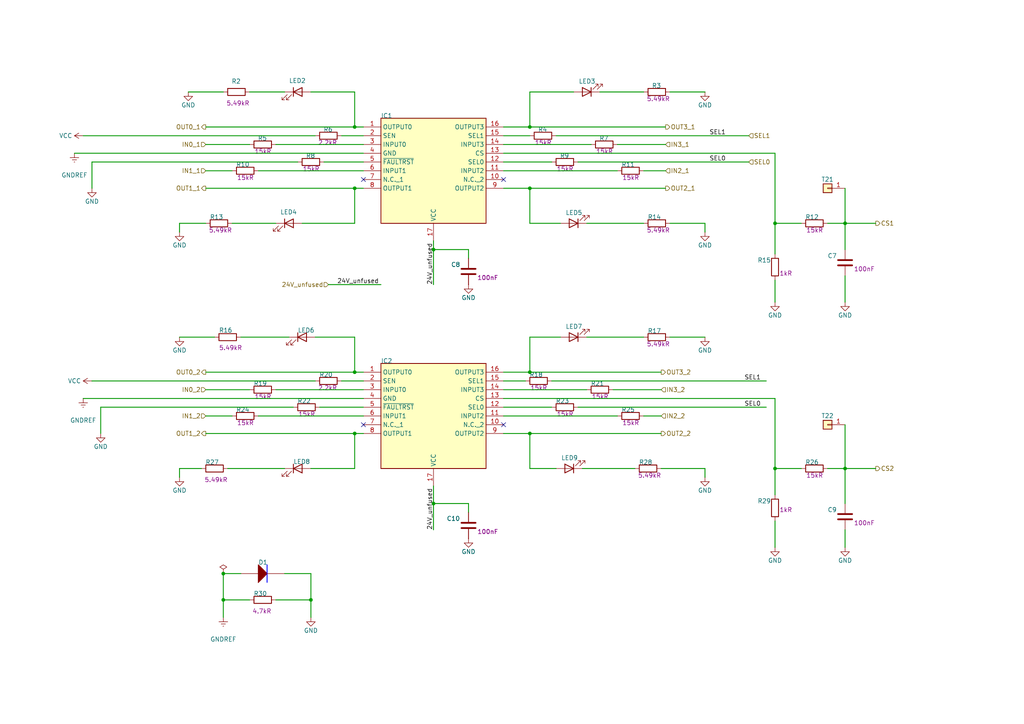
<source format=kicad_sch>
(kicad_sch (version 20231120) (generator "eeschema") (generator_version "8.0")
  (paper "A4")
  (title_block (title "Power Switches") (rev "1"))
  (lib_symbols
    (symbol "Connector_Generic:Conn_01x01" (pin_names (offset 1.016) hide)
      (property "Reference" "J" (at 0 2.54 0))
      (property "Value" "Conn_01x01" (at 0 -2.54 0))
      (symbol "Conn_01x01_1_1"
        (pin passive line (at -5.08 0 0) (length 3.81) (name "Pin_1") (number "1"))
      )
    )
    (symbol "Device:C" (pin_numbers hide) (pin_names (offset 0.254))
      (property "Reference" "C" (at 0.635 2.54 0))
      (property "Value" "C" (at 0.635 -2.54 0))
      (symbol "C_1_1"
        (pin passive line (at 0 3.81 270) (length 2.794) (name "~") (number "1"))
        (pin passive line (at 0 -3.81 90) (length 2.794) (name "~") (number "2"))
      )
    )
    (symbol "Device:LED" (pin_numbers hide) (pin_names (offset 1.016) hide)
      (property "Reference" "D" (at 0 2.54 0))
      (property "Value" "LED" (at 0 -2.54 0))
      (symbol "LED_1_1"
        (pin passive line (at -3.81 0 0) (length 2.54) (name "K") (number "1"))
        (pin passive line (at 3.81 0 180) (length 2.54) (name "A") (number "2"))
      )
    )
    (symbol "Device:R" (pin_numbers hide) (pin_names (offset 0))
      (property "Reference" "R" (at 2.032 0 90))
      (property "Value" "R" (at 0 0 90))
      (symbol "R_1_1"
        (pin passive line (at 0 3.81 270) (length 1.27) (name "~") (number "1"))
        (pin passive line (at 0 -3.81 90) (length 1.27) (name "~") (number "2"))
      )
    )
    (symbol "Untitled-altium-import:root_0_DIOD-D-A1K2-2"
      (symbol "root_0_DIOD-D-A1K2-2_1_0"
        (pin passive line (at -5.08 -2.54 0) (length 5.08) (name "A") (number "1"))
        (pin passive line (at 7.62 -2.54 180) (length 5.08) (name "K") (number "2"))
      )
    )
    (symbol "Untitled-altium-import:root_0_VNQ9080AJTR"
      (symbol "root_0_VNQ9080AJTR_1_0"
        (pin passive line (at 0 0 0) (length 5.08) (name "OUTPUT0") (number "1"))
        (pin passive line (at 40.64 -15.24 180) (length 5.08) (name "N.C._2") (number "10"))
        (pin passive line (at 40.64 -12.7 180) (length 5.08) (name "INPUT2") (number "11"))
        (pin passive line (at 40.64 -10.16 180) (length 5.08) (name "SEL0") (number "12"))
        (pin passive line (at 40.64 -7.62 180) (length 5.08) (name "CS") (number "13"))
        (pin passive line (at 40.64 -5.08 180) (length 5.08) (name "INPUT3") (number "14"))
        (pin passive line (at 40.64 -2.54 180) (length 5.08) (name "SEL1") (number "15"))
        (pin passive line (at 40.64 0 180) (length 5.08) (name "OUTPUT3") (number "16"))
        (pin passive line (at 20.32 -33.02 90) (length 5.08) (name "VCC") (number "17"))
        (pin passive line (at 0 -2.54 0) (length 5.08) (name "SEN") (number "2"))
        (pin passive line (at 0 -5.08 0) (length 5.08) (name "INPUT0") (number "3"))
        (pin passive line (at 0 -7.62 0) (length 5.08) (name "GND") (number "4"))
        (pin passive line (at 0 -10.16 0) (length 5.08) (name "~{FAULTRST}") (number "5"))
        (pin passive line (at 0 -12.7 0) (length 5.08) (name "INPUT1") (number "6"))
        (pin passive line (at 0 -15.24 0) (length 5.08) (name "N.C._1") (number "7"))
        (pin passive line (at 0 -17.78 0) (length 5.08) (name "OUTPUT1") (number "8"))
        (pin passive line (at 40.64 -17.78 180) (length 5.08) (name "OUTPUT2") (number "9"))
      )
    )
    (symbol "power:GND" (power) (pin_numbers hide) (pin_names (offset 0) hide)
      (property "Value" "GND" (at 0 -3.81 0))
      (symbol "GND_1_1"
        (pin power_in line (at 0 0 270) (length 0) (name "~") (number "1"))
      )
    )
    (symbol "power:GNDREF" (power) (pin_numbers hide) (pin_names (offset 0) hide)
      (property "Value" "GNDREF" (at 0 -3.81 0))
      (symbol "GNDREF_1_1"
        (pin power_in line (at 0 0 270) (length 0) (name "~") (number "1"))
      )
    )
    (symbol "power:PWR_FLAG" (power) (pin_numbers hide) (pin_names (offset 0) hide)
      (property "Value" "PWR_FLAG" (at 0 3.81 0))
      (symbol "PWR_FLAG_0_0"
        (pin power_out line (at 0 0 90) (length 0) (name "~") (number "1"))
      )
    )
    (symbol "power:VCC" (power) (pin_numbers hide) (pin_names (offset 0) hide)
      (property "Value" "VCC" (at 0 3.556 0))
      (symbol "VCC_1_1"
        (pin power_in line (at 0 0 90) (length 0) (name "~") (number "1"))
      )
    )
  )
  (junction (at 125.73 72.39))
  (junction (at 224.79 135.89))
  (junction (at 102.87 107.95))
  (junction (at 125.73 146.05))
  (junction (at 224.79 64.77))
  (junction (at 153.67 107.95))
  (junction (at 153.67 36.83))
  (junction (at 245.11 135.89))
  (junction (at 64.77 166.37))
  (junction (at 102.87 125.73))
  (junction (at 153.67 125.73))
  (junction (at 153.67 54.61))
  (junction (at 64.77 173.99))
  (junction (at 245.11 64.77))
  (junction (at 102.87 36.83))
  (junction (at 90.17 173.99))
  (junction (at 102.87 54.61))
  (no_connect (at 146.05 52.07))
  (no_connect (at 105.41 52.07))
  (no_connect (at 146.05 123.19))
  (no_connect (at 105.41 123.19))
  (wire (pts (xy 204.47 64.77) (xy 204.47 67.31)) (stroke (width 0.254)))
  (wire (pts (xy 64.77 173.99) (xy 64.77 166.37)) (stroke (width 0.254)))
  (wire (pts (xy 240.03 64.77) (xy 245.11 64.77)) (stroke (width 0.254)))
  (wire (pts (xy 87.63 64.77) (xy 102.87 64.77)) (stroke (width 0.254)))
  (wire (pts (xy 146.05 44.45) (xy 224.79 44.45)) (stroke (width 0.254)))
  (wire (pts (xy 186.69 49.53) (xy 193.04 49.53)) (stroke (width 0.254)))
  (wire (pts (xy 170.18 97.79) (xy 186.69 97.79)) (stroke (width 0.254)))
  (wire (pts (xy 179.07 41.91) (xy 193.04 41.91)) (stroke (width 0.254)))
  (wire (pts (xy 224.79 81.28) (xy 224.79 87.63)) (stroke (width 0.254)))
  (wire (pts (xy 99.06 110.49) (xy 105.41 110.49)) (stroke (width 0.254)))
  (wire (pts (xy 146.05 49.53) (xy 179.07 49.53)) (stroke (width 0.254)))
  (wire (pts (xy 52.07 67.31) (xy 52.07 64.77)) (stroke (width 0.254)))
  (wire (pts (xy 105.41 115.57) (xy 24.13 115.57)) (stroke (width 0.254)))
  (wire (pts (xy 166.37 26.67) (xy 153.67 26.67)) (stroke (width 0.254)))
  (wire (pts (xy 160.02 110.49) (xy 222.25 110.49)) (stroke (width 0.254)))
  (wire (pts (xy 245.11 87.63) (xy 245.11 80.01)) (stroke (width 0.254)))
  (wire (pts (xy 161.29 39.37) (xy 217.17 39.37)) (stroke (width 0.254)))
  (wire (pts (xy 102.87 26.67) (xy 102.87 36.83)) (stroke (width 0.254)))
  (wire (pts (xy 24.13 39.37) (xy 91.44 39.37)) (stroke (width 0.254)))
  (wire (pts (xy 224.79 64.77) (xy 224.79 73.66)) (stroke (width 0.254)))
  (wire (pts (xy 146.05 54.61) (xy 153.67 54.61)) (stroke (width 0.254)))
  (wire (pts (xy 162.56 97.79) (xy 153.67 97.79)) (stroke (width 0.254)))
  (wire (pts (xy 80.01 113.03) (xy 105.41 113.03)) (stroke (width 0.254)))
  (wire (pts (xy 167.64 46.99) (xy 217.17 46.99)) (stroke (width 0.254)))
  (wire (pts (xy 153.67 97.79) (xy 153.67 107.95)) (stroke (width 0.254)))
  (wire (pts (xy 245.11 135.89) (xy 254 135.89)) (stroke (width 0.254)))
  (wire (pts (xy 224.79 135.89) (xy 232.41 135.89)) (stroke (width 0.254)))
  (wire (pts (xy 26.67 46.99) (xy 86.36 46.99)) (stroke (width 0.254)))
  (wire (pts (xy 105.41 125.73) (xy 102.87 125.73)) (stroke (width 0.254)))
  (wire (pts (xy 72.39 26.67) (xy 82.55 26.67)) (stroke (width 0.254)))
  (wire (pts (xy 59.69 120.65) (xy 67.31 120.65)) (stroke (width 0.254)))
  (wire (pts (xy 29.21 118.11) (xy 85.09 118.11)) (stroke (width 0.254)))
  (wire (pts (xy 245.11 72.39) (xy 245.11 64.77)) (stroke (width 0.254)))
  (wire (pts (xy 59.69 113.03) (xy 72.39 113.03)) (stroke (width 0.254)))
  (wire (pts (xy 146.05 39.37) (xy 153.67 39.37)) (stroke (width 0.254)))
  (wire (pts (xy 59.69 49.53) (xy 67.31 49.53)) (stroke (width 0.254)))
  (wire (pts (xy 52.07 64.77) (xy 59.69 64.77)) (stroke (width 0.254)))
  (wire (pts (xy 245.11 54.61) (xy 245.11 64.77)) (stroke (width 0.254)))
  (wire (pts (xy 26.67 46.99) (xy 26.67 54.61)) (stroke (width 0.254)))
  (wire (pts (xy 52.07 97.79) (xy 62.23 97.79)) (stroke (width 0.254)))
  (wire (pts (xy 102.87 125.73) (xy 59.69 125.73)) (stroke (width 0.254)))
  (wire (pts (xy 168.91 135.89) (xy 184.15 135.89)) (stroke (width 0.254)))
  (wire (pts (xy 69.85 97.79) (xy 83.82 97.79)) (stroke (width 0.254)))
  (wire (pts (xy 240.03 135.89) (xy 245.11 135.89)) (stroke (width 0.254)))
  (wire (pts (xy 146.05 120.65) (xy 179.07 120.65)) (stroke (width 0.254)))
  (wire (pts (xy 125.73 69.85) (xy 125.73 72.39)) (stroke (width 0.254)))
  (wire (pts (xy 105.41 44.45) (xy 21.59 44.45)) (stroke (width 0.254)))
  (wire (pts (xy 99.06 39.37) (xy 105.41 39.37)) (stroke (width 0.254)))
  (wire (pts (xy 74.93 120.65) (xy 105.41 120.65)) (stroke (width 0.254)))
  (wire (pts (xy 125.73 140.97) (xy 125.73 146.05)) (stroke (width 0.254)))
  (wire (pts (xy 153.67 107.95) (xy 191.77 107.95)) (stroke (width 0.254)))
  (wire (pts (xy 54.61 26.67) (xy 64.77 26.67)) (stroke (width 0.254)))
  (wire (pts (xy 52.07 138.43) (xy 52.07 135.89)) (stroke (width 0.254)))
  (wire (pts (xy 224.79 64.77) (xy 232.41 64.77)) (stroke (width 0.254)))
  (wire (pts (xy 90.17 166.37) (xy 90.17 173.99)) (stroke (width 0.254)))
  (wire (pts (xy 194.31 26.67) (xy 204.47 26.67)) (stroke (width 0.254)))
  (wire (pts (xy 146.05 115.57) (xy 224.79 115.57)) (stroke (width 0.254)))
  (wire (pts (xy 146.05 113.03) (xy 170.18 113.03)) (stroke (width 0.254)))
  (wire (pts (xy 167.64 118.11) (xy 222.25 118.11)) (stroke (width 0.254)))
  (wire (pts (xy 90.17 135.89) (xy 102.87 135.89)) (stroke (width 0.254)))
  (wire (pts (xy 59.69 41.91) (xy 72.39 41.91)) (stroke (width 0.254)))
  (wire (pts (xy 135.89 72.39) (xy 125.73 72.39)) (stroke (width 0.254)))
  (wire (pts (xy 146.05 46.99) (xy 160.02 46.99)) (stroke (width 0.254)))
  (wire (pts (xy 90.17 26.67) (xy 102.87 26.67)) (stroke (width 0.254)))
  (wire (pts (xy 59.69 54.61) (xy 102.87 54.61)) (stroke (width 0.254)))
  (wire (pts (xy 52.07 135.89) (xy 58.42 135.89)) (stroke (width 0.254)))
  (wire (pts (xy 146.05 118.11) (xy 160.02 118.11)) (stroke (width 0.254)))
  (wire (pts (xy 125.73 146.05) (xy 125.73 153.67)) (stroke (width 0.254)))
  (wire (pts (xy 153.67 54.61) (xy 193.04 54.61)) (stroke (width 0.254)))
  (wire (pts (xy 102.87 97.79) (xy 102.87 107.95)) (stroke (width 0.254)))
  (wire (pts (xy 224.79 115.57) (xy 224.79 135.89)) (stroke (width 0.254)))
  (wire (pts (xy 153.67 26.67) (xy 153.67 36.83)) (stroke (width 0.254)))
  (wire (pts (xy 102.87 54.61) (xy 105.41 54.61)) (stroke (width 0.254)))
  (wire (pts (xy 224.79 151.13) (xy 224.79 158.75)) (stroke (width 0.254)))
  (wire (pts (xy 245.11 64.77) (xy 254 64.77)) (stroke (width 0.254)))
  (wire (pts (xy 135.89 74.93) (xy 135.89 72.39)) (stroke (width 0.254)))
  (wire (pts (xy 194.31 64.77) (xy 204.47 64.77)) (stroke (width 0.254)))
  (wire (pts (xy 146.05 110.49) (xy 152.4 110.49)) (stroke (width 0.254)))
  (wire (pts (xy 80.01 41.91) (xy 105.41 41.91)) (stroke (width 0.254)))
  (wire (pts (xy 67.31 64.77) (xy 80.01 64.77)) (stroke (width 0.254)))
  (wire (pts (xy 245.11 123.19) (xy 245.11 135.89)) (stroke (width 0.254)))
  (wire (pts (xy 125.73 72.39) (xy 125.73 82.55)) (stroke (width 0.254)))
  (wire (pts (xy 146.05 125.73) (xy 153.67 125.73)) (stroke (width 0.254)))
  (wire (pts (xy 102.87 64.77) (xy 102.87 54.61)) (stroke (width 0.254)))
  (wire (pts (xy 26.67 110.49) (xy 91.44 110.49)) (stroke (width 0.254)))
  (wire (pts (xy 245.11 146.05) (xy 245.11 135.89)) (stroke (width 0.254)))
  (wire (pts (xy 186.69 120.65) (xy 191.77 120.65)) (stroke (width 0.254)))
  (wire (pts (xy 64.77 179.07) (xy 64.77 173.99)) (stroke (width 0.254)))
  (wire (pts (xy 135.89 148.59) (xy 135.89 146.05)) (stroke (width 0.254)))
  (wire (pts (xy 64.77 166.37) (xy 69.85 166.37)) (stroke (width 0.254)))
  (wire (pts (xy 194.31 97.79) (xy 204.47 97.79)) (stroke (width 0.254)))
  (wire (pts (xy 102.87 107.95) (xy 105.41 107.95)) (stroke (width 0.254)))
  (wire (pts (xy 93.98 46.99) (xy 105.41 46.99)) (stroke (width 0.254)))
  (wire (pts (xy 82.55 166.37) (xy 90.17 166.37)) (stroke (width 0.254)))
  (wire (pts (xy 80.01 173.99) (xy 90.17 173.99)) (stroke (width 0.254)))
  (wire (pts (xy 153.67 135.89) (xy 153.67 125.73)) (stroke (width 0.254)))
  (wire (pts (xy 146.05 41.91) (xy 171.45 41.91)) (stroke (width 0.254)))
  (wire (pts (xy 161.29 135.89) (xy 153.67 135.89)) (stroke (width 0.254)))
  (wire (pts (xy 64.77 173.99) (xy 72.39 173.99)) (stroke (width 0.254)))
  (wire (pts (xy 74.93 49.53) (xy 105.41 49.53)) (stroke (width 0.254)))
  (wire (pts (xy 91.44 97.79) (xy 102.87 97.79)) (stroke (width 0.254)))
  (wire (pts (xy 95.25 82.55) (xy 110.49 82.55)) (stroke (width 0.254)))
  (wire (pts (xy 224.79 135.89) (xy 224.79 143.51)) (stroke (width 0.254)))
  (wire (pts (xy 90.17 173.99) (xy 90.17 179.07)) (stroke (width 0.254)))
  (wire (pts (xy 224.79 44.45) (xy 224.79 64.77)) (stroke (width 0.254)))
  (wire (pts (xy 173.99 26.67) (xy 186.69 26.67)) (stroke (width 0.254)))
  (wire (pts (xy 153.67 125.73) (xy 191.77 125.73)) (stroke (width 0.254)))
  (wire (pts (xy 177.8 113.03) (xy 191.77 113.03)) (stroke (width 0.254)))
  (wire (pts (xy 59.69 107.95) (xy 102.87 107.95)) (stroke (width 0.254)))
  (wire (pts (xy 146.05 36.83) (xy 153.67 36.83)) (stroke (width 0.254)))
  (wire (pts (xy 66.04 135.89) (xy 82.55 135.89)) (stroke (width 0.254)))
  (wire (pts (xy 204.47 135.89) (xy 204.47 138.43)) (stroke (width 0.254)))
  (wire (pts (xy 146.05 107.95) (xy 153.67 107.95)) (stroke (width 0.254)))
  (wire (pts (xy 59.69 36.83) (xy 102.87 36.83)) (stroke (width 0.254)))
  (wire (pts (xy 153.67 64.77) (xy 153.67 54.61)) (stroke (width 0.254)))
  (wire (pts (xy 102.87 36.83) (xy 105.41 36.83)) (stroke (width 0.254)))
  (wire (pts (xy 153.67 36.83) (xy 193.04 36.83)) (stroke (width 0.254)))
  (wire (pts (xy 92.71 118.11) (xy 105.41 118.11)) (stroke (width 0.254)))
  (wire (pts (xy 135.89 146.05) (xy 125.73 146.05)) (stroke (width 0.254)))
  (wire (pts (xy 102.87 135.89) (xy 102.87 125.73)) (stroke (width 0.254)))
  (wire (pts (xy 245.11 153.67) (xy 245.11 158.75)) (stroke (width 0.254)))
  (wire (pts (xy 191.77 135.89) (xy 204.47 135.89)) (stroke (width 0.254)))
  (wire (pts (xy 170.18 64.77) (xy 186.69 64.77)) (stroke (width 0.254)))
  (wire (pts (xy 162.56 64.77) (xy 153.67 64.77)) (stroke (width 0.254)))
  (wire (pts (xy 29.21 118.11) (xy 29.21 125.73)) (stroke (width 0.254)))
  (label "SEL1" (at 205.74 39.37 0))
  (label "24V_unfused" (at 97.79 82.55 0))
  (label "SEL0" (at 205.74 46.99 0))
  (label "SEL0" (at 215.9 118.11 0))
  (label "24V_unfused" (at 125.73 153.67 90))
  (label "24V_unfused" (at 125.73 82.55 90))
  (label "SEL1" (at 215.9 110.49 0))
  (hierarchical_label "SEL0" (shape input) (at 217.17 46.99 0))
  (hierarchical_label "OUT3_1" (shape output) (at 193.04 36.83 0))
  (hierarchical_label "CS1" (shape output) (at 254 64.77 0))
  (hierarchical_label "IN1_1" (shape input) (at 59.69 49.53 180))
  (hierarchical_label "CS2" (shape output) (at 254 135.89 0))
  (hierarchical_label "IN2_2" (shape input) (at 191.77 120.65 0))
  (hierarchical_label "IN3_1" (shape input) (at 193.04 41.91 0))
  (hierarchical_label "SEL1" (shape input) (at 217.17 39.37 0))
  (hierarchical_label "OUT1_1" (shape output) (at 59.69 54.61 180))
  (hierarchical_label "IN2_1" (shape input) (at 193.04 49.53 0))
  (hierarchical_label "OUT1_2" (shape output) (at 59.69 125.73 180))
  (hierarchical_label "IN0_2" (shape input) (at 59.69 113.03 180))
  (hierarchical_label "OUT0_2" (shape output) (at 59.69 107.95 180))
  (hierarchical_label "OUT2_1" (shape output) (at 193.04 54.61 0))
  (hierarchical_label "24V_unfused" (shape input) (at 95.25 82.55 180))
  (hierarchical_label "OUT2_2" (shape output) (at 191.77 125.73 0))
  (hierarchical_label "IN1_2" (shape input) (at 59.69 120.65 180))
  (hierarchical_label "OUT0_1" (shape output) (at 59.69 36.83 180))
  (hierarchical_label "IN0_1" (shape input) (at 59.69 41.91 180))
  (hierarchical_label "IN3_2" (shape input) (at 191.77 113.03 0))
  (hierarchical_label "OUT3_2" (shape output) (at 191.77 107.95 0))
  (symbol (lib_id "Device:R") (at 224.79 77.47 0) (unit 1)
    (property "Reference" "R15" (at 219.71 76.2 0) (effects (justify left bottom)))
    (property "Value" "ESR10EZPJ102" (effects (hide yes)))
    (property "Footprint" "Resistor_SMD:R_0805_2012Metric_Pad1.20x1.40mm_HandSolder" (effects (hide yes)))
    (property "TEMPERATURE COEFFICIENT" "200ppm/°C" (effects (hide yes)))
    (property "ALTIUM_VALUE" "1kR" (at 226.06 80.01 0) (effects (justify left bottom)))
    (property "TOLERANCE" "5%" (effects (hide yes)))
    (property "CASE/PACKAGE" "0805" (effects (hide yes)))
    (property "CONSTRUCTION" "Chip" (effects (hide yes)))
    (property "JESD-609 CODE" "e3" (effects (hide yes)))
    (property "MAX OPERATING TEMPERATURE" "155°C" (effects (hide yes)))
    (property "MIN OPERATING TEMPERATURE" "-55°C" (effects (hide yes)))
    (property "MOUNTING TECHNOLOGY" "Surface Mount" (effects (hide yes)))
    (property "PACKAGE HEIGHT" "0.55mm" (effects (hide yes)))
    (property "PACKAGE LENGTH" "2mm" (effects (hide yes)))
    (property "PACKAGE SHAPE" "Rectangular" (effects (hide yes)))
    (property "PACKAGE STYLE" "SMTMeter" (effects (hide yes)))
    (property "PACKAGE WIDTH" "1.25mm" (effects (hide yes)))
    (property "PACKAGING" "Tape and Reel" (effects (hide yes)))
    (property "PINS" "2" (effects (hide yes)))
    (property "POWER" "400mW" (effects (hide yes)))
    (property "RATED TEMPERATURE" "70°C" (effects (hide yes)))
    (property "REACH SVHC COMPLIANT" "Yes" (effects (hide yes)))
    (property "REFERENCE STANDARD" "TS 16949" (effects (hide yes)))
    (property "RESISTOR TYPE" "FIXED RESISTOR" (effects (hide yes)))
    (property "ROHS COMPLIANT" "Yes" (effects (hide yes)))
    (property "TECHNOLOGY" "METAL GLAZE/THICK FILM" (effects (hide yes)))
    (property "TERMINAL FINISH" "Nickel" (effects (hide yes)))
    (property "TERMINATION" "Wraparound" (effects (hide yes)))
    (property "WORKING VOLTAGE" "150V" (effects (hide yes)))
  )
  (symbol (lib_id "power:PWR_FLAG") (at 64.77 166.37 0) (unit 1)
    (property "Reference" "#FLG08" (effects (hide yes)))
    (property "Value" "PWR_FLAG" (effects (hide yes)))
    (property "Description" "Special symbol for telling ERC where power comes from" (effects (hide yes)))
  )
  (symbol (lib_id "Device:R") (at 88.9 118.11 90) (unit 1)
    (property "Reference" "R22" (at 90.17 115.57 90) (effects (justify left bottom)))
    (property "Value" "RT0805CRE0715KL" (effects (hide yes)))
    (property "Footprint" "Resistor_SMD:R_0805_2012Metric_Pad1.20x1.40mm_HandSolder" (effects (hide yes)))
    (property "ROHS COMPLIANT" "Yes" (effects (hide yes)))
    (property "CASE/PACKAGE" "0805" (effects (hide yes)))
    (property "MIN OPERATING TEMPERATURE" "-55°C" (effects (hide yes)))
    (property "TOLERANCE" "0.25%" (effects (hide yes)))
    (property "MAX OPERATING TEMPERATURE" "155°C" (effects (hide yes)))
    (property "RESISTOR TYPE" "FIXED RESISTOR" (effects (hide yes)))
    (property "PACKAGING" "Tape and Reel" (effects (hide yes)))
    (property "TEMPERATURE COEFFICIENT" "50ppm/°C" (effects (hide yes)))
    (property "ADDITIONAL FEATURE" "HIGH PRECISION" (effects (hide yes)))
    (property "CONSTRUCTION" "Chip" (effects (hide yes)))
    (property "MOUNTING TECHNOLOGY" "Surface Mount" (effects (hide yes)))
    (property "PACKAGE HEIGHT" "0.5mm" (effects (hide yes)))
    (property "PACKAGE LENGTH" "2mm" (effects (hide yes)))
    (property "PACKAGE STYLE" "SMTMeter" (effects (hide yes)))
    (property "PACKAGE WIDTH" "1.25mm" (effects (hide yes)))
    (property "PINS" "2" (effects (hide yes)))
    (property "POWER" "125mW" (effects (hide yes)))
    (property "RATED TEMPERATURE" "70°C" (effects (hide yes)))
    (property "REACH SVHC COMPLIANT" "Yes" (effects (hide yes)))
    (property "TECHNOLOGY" "THIN FILM" (effects (hide yes)))
    (property "TERMINATION" "Wraparound" (effects (hide yes)))
    (property "ALTIUM_VALUE" "15kR" (at 91.44 119.38 90) (effects (justify left bottom)))
    (property "WORKING VOLTAGE" "150V" (effects (hide yes)))
  )
  (symbol (lib_id "power:GNDREF") (at 24.13 115.57 0) (unit 1)
    (property "Reference" "#PWR?" (effects (hide yes)))
    (property "Value" "GNDREF" (at 24.13 121.92 0))
    (property "Description" "Power symbol creates a global label with name \"GNDREF\" , reference supply ground" (effects (hide yes)))
  )
  (symbol (lib_id "Untitled-altium-import:root_0_DIOD-D-A1K2-2") (at 74.93 163.83 0) (unit 1)
    (property "Reference" "D1" (at 74.93 163.83 0) (effects (justify left bottom)))
    (property "Value" "S1M-13-F" (effects (hide yes)))
    (property "Footprint" "C:_ProgramData_Altium_Altium Designer {25494732-AE02-4610-B470-3264DC49668C}_VaultsFileCache_56708a516f1d4cf7aeaeed8617c40f77_Released_DIOD-S1M-13-F-SMA-2_V.PcbLib_DIOD-S1M-13-F-SMA-2_V" (effects (hide yes)))
    (property "FORWARD VOLTAGE" "1.1V" (effects (hide yes)))
    (property "MAX OPERATING TEMPERATURE" "150°C" (effects (hide yes)))
    (property "MIN OPERATING TEMPERATURE" "-65°C" (effects (hide yes)))
    (property "ADDITIONAL FEATURE" "HIGH RELIABILITY" (effects (hide yes)))
    (property "DIODE ELEMENT MATERIAL" "SILICON" (effects (hide yes)))
    (property "DIODE TYPE" "RECTIFIER" (effects (hide yes)))
    (property "JESD-30 CODE" "R-PDSO-C2" (effects (hide yes)))
    (property "JESD-609 CODE" "e3" (effects (hide yes)))
    (property "MAX OUTPUT CURRENT" "1A" (effects (hide yes)))
    (property "MOISTURE SENSITIVITY LEVEL" "1" (effects (hide yes)))
    (property "NON-REP PK FORWARD CURRENT-MAX" "30A" (effects (hide yes)))
    (property "NUMBER OF ELEMENTS" "1" (effects (hide yes)))
    (property "PACKAGE BODY MATERIAL" "Plastic" (effects (hide yes)))
    (property "PACKAGE SHAPE" "Rectangular" (effects (hide yes)))
    (property "PACKAGE STYLE" "SMALL OUTLINEMeter" (effects (hide yes)))
    (property "PEAK REFLOW TEMPERATURE (CEL)" "260°C" (effects (hide yes)))
    (property "PINS" "2" (effects (hide yes)))
    (property "QUALIFICATION STATUS" "Not Qualified" (effects (hide yes)))
    (property "REACH SVHC COMPLIANT" "No" (effects (hide yes)))
    (property "REP PK REVERSE VOLTAGE-MAX" "1kV" (effects (hide yes)))
    (property "REVERSE RECOVERY TIME-MAX" "3us" (effects (hide yes)))
    (property "ROHS COMPLIANT" "Yes" (effects (hide yes)))
    (property "SURFACE MOUNT" "Yes" (effects (hide yes)))
    (property "TERMINAL FINISH" "Tin" (effects (hide yes)))
    (property "TERMINAL FORM" "C BEND" (effects (hide yes)))
    (property "TERMINAL POSITION" "DUAL" (effects (hide yes)))
    (property "TIME @ PEAK REFLOW TEMPERATURE-MAX (S)" "40s" (effects (hide yes)))
  )
  (symbol (lib_id "Device:R") (at 76.2 41.91 90) (unit 1)
    (property "Reference" "R5" (at 77.47 39.37 90) (effects (justify left bottom)))
    (property "Value" "RT0805CRE0715KL" (effects (hide yes)))
    (property "Footprint" "Resistor_SMD:R_0805_2012Metric_Pad1.20x1.40mm_HandSolder" (effects (hide yes)))
    (property "ROHS COMPLIANT" "Yes" (effects (hide yes)))
    (property "CASE/PACKAGE" "0805" (effects (hide yes)))
    (property "MIN OPERATING TEMPERATURE" "-55°C" (effects (hide yes)))
    (property "TOLERANCE" "0.25%" (effects (hide yes)))
    (property "MAX OPERATING TEMPERATURE" "155°C" (effects (hide yes)))
    (property "RESISTOR TYPE" "FIXED RESISTOR" (effects (hide yes)))
    (property "PACKAGING" "Tape and Reel" (effects (hide yes)))
    (property "TEMPERATURE COEFFICIENT" "50ppm/°C" (effects (hide yes)))
    (property "ADDITIONAL FEATURE" "HIGH PRECISION" (effects (hide yes)))
    (property "CONSTRUCTION" "Chip" (effects (hide yes)))
    (property "MOUNTING TECHNOLOGY" "Surface Mount" (effects (hide yes)))
    (property "PACKAGE HEIGHT" "0.5mm" (effects (hide yes)))
    (property "PACKAGE LENGTH" "2mm" (effects (hide yes)))
    (property "PACKAGE STYLE" "SMTMeter" (effects (hide yes)))
    (property "PACKAGE WIDTH" "1.25mm" (effects (hide yes)))
    (property "PINS" "2" (effects (hide yes)))
    (property "POWER" "125mW" (effects (hide yes)))
    (property "RATED TEMPERATURE" "70°C" (effects (hide yes)))
    (property "REACH SVHC COMPLIANT" "Yes" (effects (hide yes)))
    (property "TECHNOLOGY" "THIN FILM" (effects (hide yes)))
    (property "TERMINATION" "Wraparound" (effects (hide yes)))
    (property "ALTIUM_VALUE" "15kR" (at 78.74 43.18 90) (effects (justify left bottom)))
    (property "WORKING VOLTAGE" "150V" (effects (hide yes)))
  )
  (symbol (lib_id "Device:LED") (at 83.82 64.77 0) (unit 1)
    (property "Reference" "LED4" (at 81.28 62.23 0) (effects (justify left bottom)))
    (property "Value" "SML-210YTT86M" (effects (hide yes)))
    (property "Footprint" "LED_SMD:LED_0805_2012Metric" (effects (hide yes)))
    (property "DATASHEET LINK" "https://componentsearchengine.com/Datasheets/2/SML-210YTT86M.pdf" (effects (hide yes)))
    (property "HEIGHT" "0.9mm" (effects (hide yes)))
    (property "MANUFACTURER_NAME" "ROHM Semiconductor" (effects (hide yes)))
    (property "MANUFACTURER_PART_NUMBER" "SML-210YTT86M" (effects (hide yes)))
    (property "COLOUR" "Yellow" (effects (hide yes)))
  )
  (symbol (lib_id "Device:R") (at 182.88 120.65 90) (unit 1)
    (property "Reference" "R25" (at 184.15 118.11 90) (effects (justify left bottom)))
    (property "Value" "RT0805CRE0715KL" (effects (hide yes)))
    (property "Footprint" "Resistor_SMD:R_0805_2012Metric_Pad1.20x1.40mm_HandSolder" (effects (hide yes)))
    (property "ROHS COMPLIANT" "Yes" (effects (hide yes)))
    (property "CASE/PACKAGE" "0805" (effects (hide yes)))
    (property "MIN OPERATING TEMPERATURE" "-55°C" (effects (hide yes)))
    (property "TOLERANCE" "0.25%" (effects (hide yes)))
    (property "MAX OPERATING TEMPERATURE" "155°C" (effects (hide yes)))
    (property "RESISTOR TYPE" "FIXED RESISTOR" (effects (hide yes)))
    (property "PACKAGING" "Tape and Reel" (effects (hide yes)))
    (property "TEMPERATURE COEFFICIENT" "50ppm/°C" (effects (hide yes)))
    (property "ADDITIONAL FEATURE" "HIGH PRECISION" (effects (hide yes)))
    (property "CONSTRUCTION" "Chip" (effects (hide yes)))
    (property "MOUNTING TECHNOLOGY" "Surface Mount" (effects (hide yes)))
    (property "PACKAGE HEIGHT" "0.5mm" (effects (hide yes)))
    (property "PACKAGE LENGTH" "2mm" (effects (hide yes)))
    (property "PACKAGE STYLE" "SMTMeter" (effects (hide yes)))
    (property "PACKAGE WIDTH" "1.25mm" (effects (hide yes)))
    (property "PINS" "2" (effects (hide yes)))
    (property "POWER" "125mW" (effects (hide yes)))
    (property "RATED TEMPERATURE" "70°C" (effects (hide yes)))
    (property "REACH SVHC COMPLIANT" "Yes" (effects (hide yes)))
    (property "TECHNOLOGY" "THIN FILM" (effects (hide yes)))
    (property "TERMINATION" "Wraparound" (effects (hide yes)))
    (property "ALTIUM_VALUE" "15kR" (at 185.42 121.92 90) (effects (justify left bottom)))
    (property "WORKING VOLTAGE" "150V" (effects (hide yes)))
  )
  (symbol (lib_id "Device:LED") (at 87.63 97.79 0) (unit 1)
    (property "Reference" "LED6" (at 86.36 96.52 0) (effects (justify left bottom)))
    (property "Value" "SML-H12D8TT86" (effects (hide yes)))
    (property "Footprint" "LED_SMD:LED_0805_2012Metric" (effects (hide yes)))
    (property "DATASHEET LINK" "https://datasheet.datasheetarchive.com/originals/distributors/DKDS-18/357140.pdf" (effects (hide yes)))
    (property "HEIGHT" "0.9mm" (effects (hide yes)))
    (property "MANUFACTURER_NAME" "ROHM Semiconductor" (effects (hide yes)))
    (property "MANUFACTURER_PART_NUMBER" "SML-H12D8TT86" (effects (hide yes)))
    (property "MOUSER PART NUMBER" "755-SML-H12D8TT86" (effects (hide yes)))
    (property "MOUSER PRICE/STOCK" "https://www.mouser.co.uk/ProductDetail/ROHM-Semiconductor/SML-H12D8TT86?qs=SP2aZMzhwxiz9%252BUGDYiyAA%3D%3D" (effects (hide yes)))
    (property "COLOUR" "Orange" (effects (hide yes)))
  )
  (symbol (lib_id "Device:R") (at 236.22 135.89 90) (unit 1)
    (property "Reference" "R26" (at 237.49 133.35 90) (effects (justify left bottom)))
    (property "Value" "RT0805CRE0715KL" (effects (hide yes)))
    (property "Footprint" "Resistor_SMD:R_0805_2012Metric_Pad1.20x1.40mm_HandSolder" (effects (hide yes)))
    (property "ROHS COMPLIANT" "Yes" (effects (hide yes)))
    (property "CASE/PACKAGE" "0805" (effects (hide yes)))
    (property "MIN OPERATING TEMPERATURE" "-55°C" (effects (hide yes)))
    (property "TOLERANCE" "0.25%" (effects (hide yes)))
    (property "MAX OPERATING TEMPERATURE" "155°C" (effects (hide yes)))
    (property "RESISTOR TYPE" "FIXED RESISTOR" (effects (hide yes)))
    (property "PACKAGING" "Tape and Reel" (effects (hide yes)))
    (property "TEMPERATURE COEFFICIENT" "50ppm/°C" (effects (hide yes)))
    (property "ADDITIONAL FEATURE" "HIGH PRECISION" (effects (hide yes)))
    (property "CONSTRUCTION" "Chip" (effects (hide yes)))
    (property "MOUNTING TECHNOLOGY" "Surface Mount" (effects (hide yes)))
    (property "PACKAGE HEIGHT" "0.5mm" (effects (hide yes)))
    (property "PACKAGE LENGTH" "2mm" (effects (hide yes)))
    (property "PACKAGE STYLE" "SMTMeter" (effects (hide yes)))
    (property "PACKAGE WIDTH" "1.25mm" (effects (hide yes)))
    (property "PINS" "2" (effects (hide yes)))
    (property "POWER" "125mW" (effects (hide yes)))
    (property "RATED TEMPERATURE" "70°C" (effects (hide yes)))
    (property "REACH SVHC COMPLIANT" "Yes" (effects (hide yes)))
    (property "TECHNOLOGY" "THIN FILM" (effects (hide yes)))
    (property "TERMINATION" "Wraparound" (effects (hide yes)))
    (property "ALTIUM_VALUE" "15kR" (at 238.76 137.16 90) (effects (justify left bottom)))
    (property "WORKING VOLTAGE" "150V" (effects (hide yes)))
  )
  (symbol (lib_id "Device:R") (at 190.5 97.79 90) (unit 1)
    (property "Reference" "R17" (at 191.77 95.25 90) (effects (justify left bottom)))
    (property "Value" "AC0805FR-075K49L" (effects (hide yes)))
    (property "Footprint" "Resistor_SMD:R_0805_2012Metric_Pad1.20x1.40mm_HandSolder" (effects (hide yes)))
    (property "TOLERANCE" "0.01" (effects (hide yes)))
    (property "DEVICE CLASS L3" "Chip SMD Resistors" (effects (hide yes)))
    (property "AUTOMOTIVE" "Yes" (effects (hide yes)))
    (property "ROHS" "TRUE" (effects (hide yes)))
    (property "AUTOMOTIVE GRADE" "Grade 0" (effects (hide yes)))
    (property "MANUFACTURER PART NUMBER" "AC0805FR-075K49L" (effects (hide yes)))
    (property "HEIGHT" "0.6mm" (effects (hide yes)))
    (property "MANUFACTURER" "Yageo" (effects (hide yes)))
    (property "PACKAGE" "AC0805" (effects (hide yes)))
    (property "COMPOSITION" "Thick Film" (effects (hide yes)))
    (property "DEVICE CLASS L1" "Passive Components" (effects (hide yes)))
    (property "TEMPERATURE" "-55°C to +155°C" (effects (hide yes)))
    (property "COMPONENTLINK2URL" "http://www.yageo.com/documents/recent/PYu-AC_51_RoHS_L_6.pdf" (effects (hide yes)))
    (property "IPC LAND PATTERN NAME" "RESC200125X50" (effects (hide yes)))
    (property "CATEGORY" "Res" (effects (hide yes)))
    (property "ALTIUM_VALUE" "5.49kR" (at 194.31 99.06 90) (effects (justify left bottom)))
    (property "OCTOPART" "https://octopart.com/ac0805fr-075k49l-yageo-71367778" (effects (hide yes)))
    (property "RESISTANCE" "5.49KΩ" (effects (hide yes)))
    (property "COMPONENTLINK2DESCRIPTION" "Datasheet" (effects (hide yes)))
    (property "SERIES" "AC" (effects (hide yes)))
    (property "TEMPERATURE RANGE HIGH" "+155°C" (effects (hide yes)))
    (property "DIGIKEY DESCRIPTION" "Res SMD 5.49K Ohm 1% 1/8W 0805" (effects (hide yes)))
    (property "FOOTPRINT URL" "http://www.yageo.com/exep/pages/download/literatures/PYu-R_Mount_10.pdf" (effects (hide yes)))
    (property "VOLTAGE RATING" "150V" (effects (hide yes)))
    (property "POWER RATING" "1/8W" (effects (hide yes)))
    (property "TEMPERATURE RANGE LOW" "-55°C" (effects (hide yes)))
    (property "DEVICE CLASS L2" "Resistors" (effects (hide yes)))
    (property "LEAD FREE" "Yes" (effects (hide yes)))
  )
  (symbol (lib_id "power:VCC") (at 24.13 39.37 90) (unit 1)
    (property "Reference" "#PWR?" (effects (hide yes)))
    (property "Value" "VCC" (at 19.05 39.37 90))
    (property "Description" "Power symbol creates a global label with name \"VCC\"" (effects (hide yes)))
  )
  (symbol (lib_id "Device:C") (at 135.89 152.4 0) (unit 1)
    (property "Reference" "C10" (at 129.54 151.13 0) (effects (justify left bottom)))
    (property "Value" "08055C104KAT4A" (effects (hide yes)))
    (property "Footprint" "Capacitor_SMD:C_0805_2012Metric_Pad1.18x1.45mm_HandSolder" (effects (hide yes)))
    (property "HEIGHT" "0.94mm" (effects (hide yes)))
    (property "ALTIUM_VALUE" "100nF" (at 138.43 154.94 0) (effects (justify left bottom)))
    (property "CAPACITOR TYPE" "Ceramic" (effects (hide yes)))
    (property "CASE/PACKAGE" "0805" (effects (hide yes)))
    (property "DIELECTRIC MATERIAL" "Ceramic" (effects (hide yes)))
    (property "JESD-609 CODE" "e3" (effects (hide yes)))
    (property "LENGTH" "2.01mm" (effects (hide yes)))
    (property "MAX OPERATING TEMPERATURE" "125°C" (effects (hide yes)))
    (property "MIN OPERATING TEMPERATURE" "-55°C" (effects (hide yes)))
    (property "MOUNTING TECHNOLOGY" "Surface Mount" (effects (hide yes)))
    (property "MULTILAYER" "Yes" (effects (hide yes)))
    (property "PACKAGE SHAPE" "Rectangular" (effects (hide yes)))
    (property "PACKAGE STYLE" "SMTMeter" (effects (hide yes)))
    (property "PACKAGING" "Tape and Reel" (effects (hide yes)))
    (property "PINS" "2" (effects (hide yes)))
    (property "RATED DC VOLTAGE (URDC)" "50V" (effects (hide yes)))
    (property "REACH SVHC COMPLIANT" "Yes" (effects (hide yes)))
    (property "ROHS COMPLIANT" "Yes" (effects (hide yes)))
    (property "TEMPERATURE CHARACTERISTICS CODE" "X7R" (effects (hide yes)))
    (property "TERMINAL FINISH" "Nickel" (effects (hide yes)))
    (property "TERMINATION" "Wraparound" (effects (hide yes)))
    (property "TOLERANCE  (FILL IN AS +-)" "10%" (effects (hide yes)))
    (property "TOLERANCE (FILL IN AS +-)" "10%" (effects (hide yes)))
    (property "WIDTH" "1.25mm" (effects (hide yes)))
  )
  (symbol (lib_id "Device:R") (at 62.23 135.89 90) (unit 1)
    (property "Reference" "R27" (at 63.5 133.35 90) (effects (justify left bottom)))
    (property "Value" "AC0805FR-075K49L" (effects (hide yes)))
    (property "Footprint" "Resistor_SMD:R_0805_2012Metric_Pad1.20x1.40mm_HandSolder" (effects (hide yes)))
    (property "TOLERANCE" "0.01" (effects (hide yes)))
    (property "DEVICE CLASS L3" "Chip SMD Resistors" (effects (hide yes)))
    (property "AUTOMOTIVE" "Yes" (effects (hide yes)))
    (property "ROHS" "TRUE" (effects (hide yes)))
    (property "AUTOMOTIVE GRADE" "Grade 0" (effects (hide yes)))
    (property "MANUFACTURER PART NUMBER" "AC0805FR-075K49L" (effects (hide yes)))
    (property "HEIGHT" "0.6mm" (effects (hide yes)))
    (property "MANUFACTURER" "Yageo" (effects (hide yes)))
    (property "PACKAGE" "AC0805" (effects (hide yes)))
    (property "COMPOSITION" "Thick Film" (effects (hide yes)))
    (property "DEVICE CLASS L1" "Passive Components" (effects (hide yes)))
    (property "TEMPERATURE" "-55°C to +155°C" (effects (hide yes)))
    (property "COMPONENTLINK2URL" "http://www.yageo.com/documents/recent/PYu-AC_51_RoHS_L_6.pdf" (effects (hide yes)))
    (property "IPC LAND PATTERN NAME" "RESC200125X50" (effects (hide yes)))
    (property "CATEGORY" "Res" (effects (hide yes)))
    (property "ALTIUM_VALUE" "5.49kR" (at 66.04 138.43 90) (effects (justify left bottom)))
    (property "OCTOPART" "https://octopart.com/ac0805fr-075k49l-yageo-71367778" (effects (hide yes)))
    (property "RESISTANCE" "5.49KΩ" (effects (hide yes)))
    (property "COMPONENTLINK2DESCRIPTION" "Datasheet" (effects (hide yes)))
    (property "SERIES" "AC" (effects (hide yes)))
    (property "TEMPERATURE RANGE HIGH" "+155°C" (effects (hide yes)))
    (property "DIGIKEY DESCRIPTION" "Res SMD 5.49K Ohm 1% 1/8W 0805" (effects (hide yes)))
    (property "FOOTPRINT URL" "http://www.yageo.com/exep/pages/download/literatures/PYu-R_Mount_10.pdf" (effects (hide yes)))
    (property "VOLTAGE RATING" "150V" (effects (hide yes)))
    (property "POWER RATING" "1/8W" (effects (hide yes)))
    (property "TEMPERATURE RANGE LOW" "-55°C" (effects (hide yes)))
    (property "DEVICE CLASS L2" "Resistors" (effects (hide yes)))
    (property "LEAD FREE" "Yes" (effects (hide yes)))
  )
  (symbol (lib_id "Untitled-altium-import:root_0_VNQ9080AJTR") (at 105.41 36.83 0) (unit 1)
    (property "Reference" "IC1" (at 110.49 34.29 0) (effects (justify left bottom)))
    (property "Value" "VNQ9080AJTR" (effects (hide yes)))
    (property "Footprint" "SamacSys.PcbLib:SOP50P600X170-17N" (effects (hide yes)))
    (property "DATASHEET LINK" "https://www.st.com/resource/en/datasheet/vnq9080aj.pdf" (effects (hide yes)))
    (property "HEIGHT" "1.7mm" (effects (hide yes)))
    (property "MANUFACTURER_NAME" "STMicroelectronics" (effects (hide yes)))
    (property "MANUFACTURER_PART_NUMBER" "VNQ9080AJTR" (effects (hide yes)))
    (property "MOUSER PART NUMBER" "511-VNQ9080AJTR" (effects (hide yes)))
    (property "MOUSER PRICE/STOCK" "https://www.mouser.co.uk/ProductDetail/STMicroelectronics/VNQ9080AJTR?qs=MyNHzdoqoQKvlnwVdNzF7A%3D%3D" (effects (hide yes)))
  )
  (symbol (lib_id "power:GNDREF") (at 64.77 179.07 0) (unit 1)
    (property "Reference" "#PWR?" (effects (hide yes)))
    (property "Value" "GNDREF" (at 64.77 185.42 0))
    (property "Description" "Power symbol creates a global label with name \"GNDREF\" , reference supply ground" (effects (hide yes)))
  )
  (symbol (lib_id "Connector_Generic:Conn_01x01") (at 240.03 54.61 180) (unit 1) (in_bom no)
    (property "Reference" "T21" (at 241.808 51.308 0) (effects (justify left bottom)))
    (property "Value" "Conn_01x01" (effects (hide yes)))
    (property "Footprint" "TestPoint:TestPoint_THTPad_D1.5mm_Drill0.7mm" (effects (hide yes)))
    (property "Description" "Generic connector, single row, 01x01, script generated (kicad-library-utils/schlib/autogen/connector/)" (effects (hide yes)))
  )
  (symbol (lib_id "power:GND") (at 52.07 97.79 0) (unit 1)
    (property "Reference" "#PWR?" (effects (hide yes)))
    (property "Value" "GND" (at 52.07 101.6 0))
    (property "Description" "Power symbol creates a global label with name \"GND\" , ground" (effects (hide yes)))
  )
  (symbol (lib_id "power:GND") (at 204.47 26.67 0) (unit 1)
    (property "Reference" "#PWR?" (effects (hide yes)))
    (property "Value" "GND" (at 204.47 30.48 0))
    (property "Description" "Power symbol creates a global label with name \"GND\" , ground" (effects (hide yes)))
  )
  (symbol (lib_id "Untitled-altium-import:root_0_VNQ9080AJTR") (at 105.41 107.95 0) (unit 1)
    (property "Reference" "IC2" (at 110.49 105.41 0) (effects (justify left bottom)))
    (property "Value" "VNQ9080AJTR" (effects (hide yes)))
    (property "Footprint" "SamacSys.PcbLib:SOP50P600X170-17N" (effects (hide yes)))
    (property "DATASHEET LINK" "https://www.st.com/resource/en/datasheet/vnq9080aj.pdf" (effects (hide yes)))
    (property "HEIGHT" "1.7mm" (effects (hide yes)))
    (property "MANUFACTURER_NAME" "STMicroelectronics" (effects (hide yes)))
    (property "MANUFACTURER_PART_NUMBER" "VNQ9080AJTR" (effects (hide yes)))
    (property "MOUSER PART NUMBER" "511-VNQ9080AJTR" (effects (hide yes)))
    (property "MOUSER PRICE/STOCK" "https://www.mouser.co.uk/ProductDetail/STMicroelectronics/VNQ9080AJTR?qs=MyNHzdoqoQKvlnwVdNzF7A%3D%3D" (effects (hide yes)))
  )
  (symbol (lib_id "power:GND") (at 204.47 138.43 0) (unit 1)
    (property "Reference" "#PWR?" (effects (hide yes)))
    (property "Value" "GND" (at 204.47 142.24 0))
    (property "Description" "Power symbol creates a global label with name \"GND\" , ground" (effects (hide yes)))
  )
  (symbol (lib_id "Device:R") (at 90.17 46.99 90) (unit 1)
    (property "Reference" "R8" (at 91.44 44.45 90) (effects (justify left bottom)))
    (property "Value" "RT0805CRE0715KL" (effects (hide yes)))
    (property "Footprint" "Resistor_SMD:R_0805_2012Metric_Pad1.20x1.40mm_HandSolder" (effects (hide yes)))
    (property "ROHS COMPLIANT" "Yes" (effects (hide yes)))
    (property "CASE/PACKAGE" "0805" (effects (hide yes)))
    (property "MIN OPERATING TEMPERATURE" "-55°C" (effects (hide yes)))
    (property "TOLERANCE" "0.25%" (effects (hide yes)))
    (property "MAX OPERATING TEMPERATURE" "155°C" (effects (hide yes)))
    (property "RESISTOR TYPE" "FIXED RESISTOR" (effects (hide yes)))
    (property "PACKAGING" "Tape and Reel" (effects (hide yes)))
    (property "TEMPERATURE COEFFICIENT" "50ppm/°C" (effects (hide yes)))
    (property "ADDITIONAL FEATURE" "HIGH PRECISION" (effects (hide yes)))
    (property "CONSTRUCTION" "Chip" (effects (hide yes)))
    (property "MOUNTING TECHNOLOGY" "Surface Mount" (effects (hide yes)))
    (property "PACKAGE HEIGHT" "0.5mm" (effects (hide yes)))
    (property "PACKAGE LENGTH" "2mm" (effects (hide yes)))
    (property "PACKAGE STYLE" "SMTMeter" (effects (hide yes)))
    (property "PACKAGE WIDTH" "1.25mm" (effects (hide yes)))
    (property "PINS" "2" (effects (hide yes)))
    (property "POWER" "125mW" (effects (hide yes)))
    (property "RATED TEMPERATURE" "70°C" (effects (hide yes)))
    (property "REACH SVHC COMPLIANT" "Yes" (effects (hide yes)))
    (property "TECHNOLOGY" "THIN FILM" (effects (hide yes)))
    (property "TERMINATION" "Wraparound" (effects (hide yes)))
    (property "ALTIUM_VALUE" "15kR" (at 92.71 48.26 90) (effects (justify left bottom)))
    (property "WORKING VOLTAGE" "150V" (effects (hide yes)))
  )
  (symbol (lib_id "power:GND") (at 245.11 158.75 0) (unit 1)
    (property "Reference" "#PWR?" (effects (hide yes)))
    (property "Value" "GND" (at 245.11 162.56 0))
    (property "Description" "Power symbol creates a global label with name \"GND\" , ground" (effects (hide yes)))
  )
  (symbol (lib_id "Device:C") (at 245.11 149.86 0) (unit 1)
    (property "Reference" "C9" (at 240.03 148.59 0) (effects (justify left bottom)))
    (property "Value" "08055C104KAT4A" (effects (hide yes)))
    (property "Footprint" "Capacitor_SMD:C_0805_2012Metric_Pad1.18x1.45mm_HandSolder" (effects (hide yes)))
    (property "HEIGHT" "0.94mm" (effects (hide yes)))
    (property "ALTIUM_VALUE" "100nF" (at 247.65 152.4 0) (effects (justify left bottom)))
    (property "CAPACITOR TYPE" "Ceramic" (effects (hide yes)))
    (property "CASE/PACKAGE" "0805" (effects (hide yes)))
    (property "DIELECTRIC MATERIAL" "Ceramic" (effects (hide yes)))
    (property "JESD-609 CODE" "e3" (effects (hide yes)))
    (property "LENGTH" "2.01mm" (effects (hide yes)))
    (property "MAX OPERATING TEMPERATURE" "125°C" (effects (hide yes)))
    (property "MIN OPERATING TEMPERATURE" "-55°C" (effects (hide yes)))
    (property "MOUNTING TECHNOLOGY" "Surface Mount" (effects (hide yes)))
    (property "MULTILAYER" "Yes" (effects (hide yes)))
    (property "PACKAGE SHAPE" "Rectangular" (effects (hide yes)))
    (property "PACKAGE STYLE" "SMTMeter" (effects (hide yes)))
    (property "PACKAGING" "Tape and Reel" (effects (hide yes)))
    (property "PINS" "2" (effects (hide yes)))
    (property "RATED DC VOLTAGE (URDC)" "50V" (effects (hide yes)))
    (property "REACH SVHC COMPLIANT" "Yes" (effects (hide yes)))
    (property "ROHS COMPLIANT" "Yes" (effects (hide yes)))
    (property "TEMPERATURE CHARACTERISTICS CODE" "X7R" (effects (hide yes)))
    (property "TERMINAL FINISH" "Nickel" (effects (hide yes)))
    (property "TERMINATION" "Wraparound" (effects (hide yes)))
    (property "TOLERANCE  (FILL IN AS +-)" "10%" (effects (hide yes)))
    (property "TOLERANCE (FILL IN AS +-)" "10%" (effects (hide yes)))
    (property "WIDTH" "1.25mm" (effects (hide yes)))
  )
  (symbol (lib_id "Device:C") (at 245.11 76.2 0) (unit 1)
    (property "Reference" "C7" (at 240.03 74.93 0) (effects (justify left bottom)))
    (property "Value" "08055C104KAT4A" (effects (hide yes)))
    (property "Footprint" "Capacitor_SMD:C_0805_2012Metric_Pad1.18x1.45mm_HandSolder" (effects (hide yes)))
    (property "HEIGHT" "0.94mm" (effects (hide yes)))
    (property "ALTIUM_VALUE" "100nF" (at 247.65 78.74 0) (effects (justify left bottom)))
    (property "CAPACITOR TYPE" "Ceramic" (effects (hide yes)))
    (property "CASE/PACKAGE" "0805" (effects (hide yes)))
    (property "DIELECTRIC MATERIAL" "Ceramic" (effects (hide yes)))
    (property "JESD-609 CODE" "e3" (effects (hide yes)))
    (property "LENGTH" "2.01mm" (effects (hide yes)))
    (property "MAX OPERATING TEMPERATURE" "125°C" (effects (hide yes)))
    (property "MIN OPERATING TEMPERATURE" "-55°C" (effects (hide yes)))
    (property "MOUNTING TECHNOLOGY" "Surface Mount" (effects (hide yes)))
    (property "MULTILAYER" "Yes" (effects (hide yes)))
    (property "PACKAGE SHAPE" "Rectangular" (effects (hide yes)))
    (property "PACKAGE STYLE" "SMTMeter" (effects (hide yes)))
    (property "PACKAGING" "Tape and Reel" (effects (hide yes)))
    (property "PINS" "2" (effects (hide yes)))
    (property "RATED DC VOLTAGE (URDC)" "50V" (effects (hide yes)))
    (property "REACH SVHC COMPLIANT" "Yes" (effects (hide yes)))
    (property "ROHS COMPLIANT" "Yes" (effects (hide yes)))
    (property "TEMPERATURE CHARACTERISTICS CODE" "X7R" (effects (hide yes)))
    (property "TERMINAL FINISH" "Nickel" (effects (hide yes)))
    (property "TERMINATION" "Wraparound" (effects (hide yes)))
    (property "TOLERANCE  (FILL IN AS +-)" "10%" (effects (hide yes)))
    (property "TOLERANCE (FILL IN AS +-)" "10%" (effects (hide yes)))
    (property "WIDTH" "1.25mm" (effects (hide yes)))
  )
  (symbol (lib_id "power:GND") (at 224.79 87.63 0) (unit 1)
    (property "Reference" "#PWR?" (effects (hide yes)))
    (property "Value" "GND" (at 224.79 91.44 0))
    (property "Description" "Power symbol creates a global label with name \"GND\" , ground" (effects (hide yes)))
  )
  (symbol (lib_id "power:GND") (at 54.61 26.67 0) (unit 1)
    (property "Reference" "#PWR?" (effects (hide yes)))
    (property "Value" "GND" (at 54.61 30.48 0))
    (property "Description" "Power symbol creates a global label with name \"GND\" , ground" (effects (hide yes)))
  )
  (symbol (lib_id "Device:LED") (at 170.18 26.67 180) (unit 1)
    (property "Reference" "LED3" (at 172.72 22.86 0) (effects (justify left bottom)))
    (property "Value" "LED_0805_2012Metric" (effects (hide yes)))
    (property "Footprint" "LED_SMD:LED_0805_2012Metric" (effects (hide yes)))
    (property "DATASHEET LINK" "https://datasheet.lcsc.com/lcsc/1912111437_Yongyu-Photoelectric-SZYY0805B_C434433.pdf" (effects (hide yes)))
    (property "HEIGHT" "0.95mm" (effects (hide yes)))
    (property "MANUFACTURER_NAME" "Yongyu" (effects (hide yes)))
    (property "MANUFACTURER_PART_NUMBER" "SZYY0805B" (effects (hide yes)))
    (property "COLOUR" "Blue" (effects (hide yes)))
  )
  (symbol (lib_id "Device:R") (at 224.79 147.32 0) (unit 1)
    (property "Reference" "R29" (at 219.71 146.05 0) (effects (justify left bottom)))
    (property "Value" "ESR10EZPJ102" (effects (hide yes)))
    (property "Footprint" "Resistor_SMD:R_0805_2012Metric_Pad1.20x1.40mm_HandSolder" (effects (hide yes)))
    (property "TEMPERATURE COEFFICIENT" "200ppm/°C" (effects (hide yes)))
    (property "ALTIUM_VALUE" "1kR" (at 226.06 148.59 0) (effects (justify left bottom)))
    (property "TOLERANCE" "5%" (effects (hide yes)))
    (property "CASE/PACKAGE" "0805" (effects (hide yes)))
    (property "CONSTRUCTION" "Chip" (effects (hide yes)))
    (property "JESD-609 CODE" "e3" (effects (hide yes)))
    (property "MAX OPERATING TEMPERATURE" "155°C" (effects (hide yes)))
    (property "MIN OPERATING TEMPERATURE" "-55°C" (effects (hide yes)))
    (property "MOUNTING TECHNOLOGY" "Surface Mount" (effects (hide yes)))
    (property "PACKAGE HEIGHT" "0.55mm" (effects (hide yes)))
    (property "PACKAGE LENGTH" "2mm" (effects (hide yes)))
    (property "PACKAGE SHAPE" "Rectangular" (effects (hide yes)))
    (property "PACKAGE STYLE" "SMTMeter" (effects (hide yes)))
    (property "PACKAGE WIDTH" "1.25mm" (effects (hide yes)))
    (property "PACKAGING" "Tape and Reel" (effects (hide yes)))
    (property "PINS" "2" (effects (hide yes)))
    (property "POWER" "400mW" (effects (hide yes)))
    (property "RATED TEMPERATURE" "70°C" (effects (hide yes)))
    (property "REACH SVHC COMPLIANT" "Yes" (effects (hide yes)))
    (property "REFERENCE STANDARD" "TS 16949" (effects (hide yes)))
    (property "RESISTOR TYPE" "FIXED RESISTOR" (effects (hide yes)))
    (property "ROHS COMPLIANT" "Yes" (effects (hide yes)))
    (property "TECHNOLOGY" "METAL GLAZE/THICK FILM" (effects (hide yes)))
    (property "TERMINAL FINISH" "Nickel" (effects (hide yes)))
    (property "TERMINATION" "Wraparound" (effects (hide yes)))
    (property "WORKING VOLTAGE" "150V" (effects (hide yes)))
  )
  (symbol (lib_id "Device:LED") (at 86.36 135.89 0) (unit 1)
    (property "Reference" "LED8" (at 85.09 134.62 0) (effects (justify left bottom)))
    (property "Value" "SML-210YTT86M" (effects (hide yes)))
    (property "Footprint" "LED_SMD:LED_0805_2012Metric" (effects (hide yes)))
    (property "DATASHEET LINK" "https://componentsearchengine.com/Datasheets/2/SML-210YTT86M.pdf" (effects (hide yes)))
    (property "HEIGHT" "0.9mm" (effects (hide yes)))
    (property "MANUFACTURER_NAME" "ROHM Semiconductor" (effects (hide yes)))
    (property "MANUFACTURER_PART_NUMBER" "SML-210YTT86M" (effects (hide yes)))
    (property "COLOUR" "Yellow" (effects (hide yes)))
  )
  (symbol (lib_id "Device:R") (at 76.2 113.03 90) (unit 1)
    (property "Reference" "R19" (at 77.47 110.49 90) (effects (justify left bottom)))
    (property "Value" "RT0805CRE0715KL" (effects (hide yes)))
    (property "Footprint" "Resistor_SMD:R_0805_2012Metric_Pad1.20x1.40mm_HandSolder" (effects (hide yes)))
    (property "ROHS COMPLIANT" "Yes" (effects (hide yes)))
    (property "CASE/PACKAGE" "0805" (effects (hide yes)))
    (property "MIN OPERATING TEMPERATURE" "-55°C" (effects (hide yes)))
    (property "TOLERANCE" "0.25%" (effects (hide yes)))
    (property "MAX OPERATING TEMPERATURE" "155°C" (effects (hide yes)))
    (property "RESISTOR TYPE" "FIXED RESISTOR" (effects (hide yes)))
    (property "PACKAGING" "Tape and Reel" (effects (hide yes)))
    (property "TEMPERATURE COEFFICIENT" "50ppm/°C" (effects (hide yes)))
    (property "ADDITIONAL FEATURE" "HIGH PRECISION" (effects (hide yes)))
    (property "CONSTRUCTION" "Chip" (effects (hide yes)))
    (property "MOUNTING TECHNOLOGY" "Surface Mount" (effects (hide yes)))
    (property "PACKAGE HEIGHT" "0.5mm" (effects (hide yes)))
    (property "PACKAGE LENGTH" "2mm" (effects (hide yes)))
    (property "PACKAGE STYLE" "SMTMeter" (effects (hide yes)))
    (property "PACKAGE WIDTH" "1.25mm" (effects (hide yes)))
    (property "PINS" "2" (effects (hide yes)))
    (property "POWER" "125mW" (effects (hide yes)))
    (property "RATED TEMPERATURE" "70°C" (effects (hide yes)))
    (property "REACH SVHC COMPLIANT" "Yes" (effects (hide yes)))
    (property "TECHNOLOGY" "THIN FILM" (effects (hide yes)))
    (property "TERMINATION" "Wraparound" (effects (hide yes)))
    (property "ALTIUM_VALUE" "15kR" (at 78.74 114.3 90) (effects (justify left bottom)))
    (property "WORKING VOLTAGE" "150V" (effects (hide yes)))
  )
  (symbol (lib_id "Device:LED") (at 165.1 135.89 180) (unit 1)
    (property "Reference" "LED9" (at 167.64 132.08 0) (effects (justify left bottom)))
    (property "Value" "SML-H12P8TT86" (effects (hide yes)))
    (property "Footprint" "LED_SMD:LED_0805_2012Metric" (effects (hide yes)))
    (property "DATASHEET LINK" "https://datasheet.datasheetarchive.com/originals/distributors/DKDS-18/357140.pdf" (effects (hide yes)))
    (property "HEIGHT" "0.9mm" (effects (hide yes)))
    (property "MANUFACTURER_NAME" "ROHM Semiconductor" (effects (hide yes)))
    (property "MANUFACTURER_PART_NUMBER" "SML-H12P8TT86" (effects (hide yes)))
    (property "MOUSER PART NUMBER" "755-SML-H12P8TT86" (effects (hide yes)))
    (property "MOUSER PRICE/STOCK" "https://www.mouser.co.uk/ProductDetail/ROHM-Semiconductor/SML-H12P8TT86?qs=SP2aZMzhwxg2feSvqoCMzQ%3D%3D" (effects (hide yes)))
    (property "COLOUR" "Green" (effects (hide yes)))
  )
  (symbol (lib_id "Device:R") (at 156.21 110.49 90) (unit 1)
    (property "Reference" "R18" (at 157.48 107.95 90) (effects (justify left bottom)))
    (property "Value" "RT0805CRE0715KL" (effects (hide yes)))
    (property "Footprint" "Resistor_SMD:R_0805_2012Metric_Pad1.20x1.40mm_HandSolder" (effects (hide yes)))
    (property "ROHS COMPLIANT" "Yes" (effects (hide yes)))
    (property "CASE/PACKAGE" "0805" (effects (hide yes)))
    (property "MIN OPERATING TEMPERATURE" "-55°C" (effects (hide yes)))
    (property "TOLERANCE" "0.25%" (effects (hide yes)))
    (property "MAX OPERATING TEMPERATURE" "155°C" (effects (hide yes)))
    (property "RESISTOR TYPE" "FIXED RESISTOR" (effects (hide yes)))
    (property "PACKAGING" "Tape and Reel" (effects (hide yes)))
    (property "TEMPERATURE COEFFICIENT" "50ppm/°C" (effects (hide yes)))
    (property "ADDITIONAL FEATURE" "HIGH PRECISION" (effects (hide yes)))
    (property "CONSTRUCTION" "Chip" (effects (hide yes)))
    (property "MOUNTING TECHNOLOGY" "Surface Mount" (effects (hide yes)))
    (property "PACKAGE HEIGHT" "0.5mm" (effects (hide yes)))
    (property "PACKAGE LENGTH" "2mm" (effects (hide yes)))
    (property "PACKAGE STYLE" "SMTMeter" (effects (hide yes)))
    (property "PACKAGE WIDTH" "1.25mm" (effects (hide yes)))
    (property "PINS" "2" (effects (hide yes)))
    (property "POWER" "125mW" (effects (hide yes)))
    (property "RATED TEMPERATURE" "70°C" (effects (hide yes)))
    (property "REACH SVHC COMPLIANT" "Yes" (effects (hide yes)))
    (property "TECHNOLOGY" "THIN FILM" (effects (hide yes)))
    (property "TERMINATION" "Wraparound" (effects (hide yes)))
    (property "ALTIUM_VALUE" "15kR" (at 158.75 111.76 90) (effects (justify left bottom)))
    (property "WORKING VOLTAGE" "150V" (effects (hide yes)))
  )
  (symbol (lib_id "power:GND") (at 26.67 54.61 0) (unit 1)
    (property "Reference" "#PWR?" (effects (hide yes)))
    (property "Value" "GND" (at 26.67 58.42 0))
    (property "Description" "Power symbol creates a global label with name \"GND\" , ground" (effects (hide yes)))
  )
  (symbol (lib_id "power:GND") (at 135.89 82.55 0) (unit 1)
    (property "Reference" "#PWR?" (effects (hide yes)))
    (property "Value" "GND" (at 135.89 86.36 0))
    (property "Description" "Power symbol creates a global label with name \"GND\" , ground" (effects (hide yes)))
  )
  (symbol (lib_id "Device:R") (at 182.88 49.53 90) (unit 1)
    (property "Reference" "R11" (at 184.15 46.99 90) (effects (justify left bottom)))
    (property "Value" "RT0805CRE0715KL" (effects (hide yes)))
    (property "Footprint" "Resistor_SMD:R_0805_2012Metric_Pad1.20x1.40mm_HandSolder" (effects (hide yes)))
    (property "ROHS COMPLIANT" "Yes" (effects (hide yes)))
    (property "CASE/PACKAGE" "0805" (effects (hide yes)))
    (property "MIN OPERATING TEMPERATURE" "-55°C" (effects (hide yes)))
    (property "TOLERANCE" "0.25%" (effects (hide yes)))
    (property "MAX OPERATING TEMPERATURE" "155°C" (effects (hide yes)))
    (property "RESISTOR TYPE" "FIXED RESISTOR" (effects (hide yes)))
    (property "PACKAGING" "Tape and Reel" (effects (hide yes)))
    (property "TEMPERATURE COEFFICIENT" "50ppm/°C" (effects (hide yes)))
    (property "ADDITIONAL FEATURE" "HIGH PRECISION" (effects (hide yes)))
    (property "CONSTRUCTION" "Chip" (effects (hide yes)))
    (property "MOUNTING TECHNOLOGY" "Surface Mount" (effects (hide yes)))
    (property "PACKAGE HEIGHT" "0.5mm" (effects (hide yes)))
    (property "PACKAGE LENGTH" "2mm" (effects (hide yes)))
    (property "PACKAGE STYLE" "SMTMeter" (effects (hide yes)))
    (property "PACKAGE WIDTH" "1.25mm" (effects (hide yes)))
    (property "PINS" "2" (effects (hide yes)))
    (property "POWER" "125mW" (effects (hide yes)))
    (property "RATED TEMPERATURE" "70°C" (effects (hide yes)))
    (property "REACH SVHC COMPLIANT" "Yes" (effects (hide yes)))
    (property "TECHNOLOGY" "THIN FILM" (effects (hide yes)))
    (property "TERMINATION" "Wraparound" (effects (hide yes)))
    (property "ALTIUM_VALUE" "15kR" (at 185.42 50.8 90) (effects (justify left bottom)))
    (property "WORKING VOLTAGE" "150V" (effects (hide yes)))
  )
  (symbol (lib_id "power:GND") (at 52.07 138.43 0) (unit 1)
    (property "Reference" "#PWR?" (effects (hide yes)))
    (property "Value" "GND" (at 52.07 142.24 0))
    (property "Description" "Power symbol creates a global label with name \"GND\" , ground" (effects (hide yes)))
  )
  (symbol (lib_id "power:GND") (at 52.07 67.31 0) (unit 1)
    (property "Reference" "#PWR?" (effects (hide yes)))
    (property "Value" "GND" (at 52.07 71.12 0))
    (property "Description" "Power symbol creates a global label with name \"GND\" , ground" (effects (hide yes)))
  )
  (symbol (lib_id "Device:R") (at 66.04 97.79 270) (unit 1)
    (property "Reference" "R16" (at 63.5 96.52 90) (effects (justify left bottom)))
    (property "Value" "AC0805FR-075K49L" (effects (hide yes)))
    (property "Footprint" "Resistor_SMD:R_0805_2012Metric_Pad1.20x1.40mm_HandSolder" (effects (hide yes)))
    (property "TOLERANCE" "0.01" (effects (hide yes)))
    (property "DEVICE CLASS L3" "Chip SMD Resistors" (effects (hide yes)))
    (property "AUTOMOTIVE" "Yes" (effects (hide yes)))
    (property "ROHS" "TRUE" (effects (hide yes)))
    (property "AUTOMOTIVE GRADE" "Grade 0" (effects (hide yes)))
    (property "MANUFACTURER PART NUMBER" "AC0805FR-075K49L" (effects (hide yes)))
    (property "HEIGHT" "0.6mm" (effects (hide yes)))
    (property "MANUFACTURER" "Yageo" (effects (hide yes)))
    (property "PACKAGE" "AC0805" (effects (hide yes)))
    (property "COMPOSITION" "Thick Film" (effects (hide yes)))
    (property "DEVICE CLASS L1" "Passive Components" (effects (hide yes)))
    (property "TEMPERATURE" "-55°C to +155°C" (effects (hide yes)))
    (property "COMPONENTLINK2URL" "http://www.yageo.com/documents/recent/PYu-AC_51_RoHS_L_6.pdf" (effects (hide yes)))
    (property "IPC LAND PATTERN NAME" "RESC200125X50" (effects (hide yes)))
    (property "CATEGORY" "Res" (effects (hide yes)))
    (property "ALTIUM_VALUE" "5.49kR" (at 63.5 101.6 90) (effects (justify left bottom)))
    (property "OCTOPART" "https://octopart.com/ac0805fr-075k49l-yageo-71367778" (effects (hide yes)))
    (property "RESISTANCE" "5.49KΩ" (effects (hide yes)))
    (property "COMPONENTLINK2DESCRIPTION" "Datasheet" (effects (hide yes)))
    (property "SERIES" "AC" (effects (hide yes)))
    (property "TEMPERATURE RANGE HIGH" "+155°C" (effects (hide yes)))
    (property "DIGIKEY DESCRIPTION" "Res SMD 5.49K Ohm 1% 1/8W 0805" (effects (hide yes)))
    (property "FOOTPRINT URL" "http://www.yageo.com/exep/pages/download/literatures/PYu-R_Mount_10.pdf" (effects (hide yes)))
    (property "VOLTAGE RATING" "150V" (effects (hide yes)))
    (property "POWER RATING" "1/8W" (effects (hide yes)))
    (property "TEMPERATURE RANGE LOW" "-55°C" (effects (hide yes)))
    (property "DEVICE CLASS L2" "Resistors" (effects (hide yes)))
    (property "LEAD FREE" "Yes" (effects (hide yes)))
  )
  (symbol (lib_id "Device:R") (at 95.25 110.49 90) (unit 1)
    (property "Reference" "R20" (at 96.52 107.95 90) (effects (justify left bottom)))
    (property "Value" "CR0805-FX-2201ELF" (effects (hide yes)))
    (property "Footprint" "Resistor_SMD:R_0805_2012Metric_Pad1.20x1.40mm_HandSolder" (effects (hide yes)))
    (property "CONSTRUCTION" "Chip" (effects (hide yes)))
    (property "MAX OPERATING TEMPERATURE" "155°C" (effects (hide yes)))
    (property "MIN OPERATING TEMPERATURE" "-55°C" (effects (hide yes)))
    (property "ROHS COMPLIANT" "Yes" (effects (hide yes)))
    (property "TOLERANCE" "1%" (effects (hide yes)))
    (property "PACKAGING" "Tape and Reel" (effects (hide yes)))
    (property "CASE/PACKAGE" "0805" (effects (hide yes)))
    (property "RESISTOR TYPE" "FIXED RESISTOR" (effects (hide yes)))
    (property "TEMPERATURE COEFFICIENT" "100ppm/°C" (effects (hide yes)))
    (property "JESD-609 CODE" "e3" (effects (hide yes)))
    (property "MOUNTING TECHNOLOGY" "Surface Mount" (effects (hide yes)))
    (property "PACKAGE HEIGHT" "0.5mm" (effects (hide yes)))
    (property "PACKAGE LENGTH" "2mm" (effects (hide yes)))
    (property "PACKAGE SHAPE" "Rectangular" (effects (hide yes)))
    (property "PACKAGE STYLE" "SMTMeter" (effects (hide yes)))
    (property "PACKAGE WIDTH" "1.25mm" (effects (hide yes)))
    (property "PINS" "2" (effects (hide yes)))
    (property "POWER" "125mW" (effects (hide yes)))
    (property "RATED TEMPERATURE" "70°C" (effects (hide yes)))
    (property "REACH SVHC COMPLIANT" "Yes" (effects (hide yes)))
    (property "TECHNOLOGY" "RUTHENIUM OXIDE" (effects (hide yes)))
    (property "TERMINAL FINISH" "Nickel" (effects (hide yes)))
    (property "TERMINATION" "Wraparound" (effects (hide yes)))
    (property "ALTIUM_VALUE" "2.2kR" (at 97.79 111.76 90) (effects (justify left bottom)))
    (property "WORKING VOLTAGE" "150V" (effects (hide yes)))
  )
  (symbol (lib_id "power:GND") (at 29.21 125.73 0) (unit 1)
    (property "Reference" "#PWR?" (effects (hide yes)))
    (property "Value" "GND" (at 29.21 129.54 0))
    (property "Description" "Power symbol creates a global label with name \"GND\" , ground" (effects (hide yes)))
  )
  (symbol (lib_id "power:GND") (at 90.17 179.07 0) (unit 1)
    (property "Reference" "#PWR?" (effects (hide yes)))
    (property "Value" "GND" (at 90.17 182.88 0))
    (property "Description" "Power symbol creates a global label with name \"GND\" , ground" (effects (hide yes)))
  )
  (symbol (lib_id "power:GND") (at 204.47 97.79 0) (unit 1)
    (property "Reference" "#PWR?" (effects (hide yes)))
    (property "Value" "GND" (at 204.47 101.6 0))
    (property "Description" "Power symbol creates a global label with name \"GND\" , ground" (effects (hide yes)))
  )
  (symbol (lib_id "Device:R") (at 71.12 120.65 90) (unit 1)
    (property "Reference" "R24" (at 72.39 118.11 90) (effects (justify left bottom)))
    (property "Value" "RT0805CRE0715KL" (effects (hide yes)))
    (property "Footprint" "Resistor_SMD:R_0805_2012Metric_Pad1.20x1.40mm_HandSolder" (effects (hide yes)))
    (property "ROHS COMPLIANT" "Yes" (effects (hide yes)))
    (property "CASE/PACKAGE" "0805" (effects (hide yes)))
    (property "MIN OPERATING TEMPERATURE" "-55°C" (effects (hide yes)))
    (property "TOLERANCE" "0.25%" (effects (hide yes)))
    (property "MAX OPERATING TEMPERATURE" "155°C" (effects (hide yes)))
    (property "RESISTOR TYPE" "FIXED RESISTOR" (effects (hide yes)))
    (property "PACKAGING" "Tape and Reel" (effects (hide yes)))
    (property "TEMPERATURE COEFFICIENT" "50ppm/°C" (effects (hide yes)))
    (property "ADDITIONAL FEATURE" "HIGH PRECISION" (effects (hide yes)))
    (property "CONSTRUCTION" "Chip" (effects (hide yes)))
    (property "MOUNTING TECHNOLOGY" "Surface Mount" (effects (hide yes)))
    (property "PACKAGE HEIGHT" "0.5mm" (effects (hide yes)))
    (property "PACKAGE LENGTH" "2mm" (effects (hide yes)))
    (property "PACKAGE STYLE" "SMTMeter" (effects (hide yes)))
    (property "PACKAGE WIDTH" "1.25mm" (effects (hide yes)))
    (property "PINS" "2" (effects (hide yes)))
    (property "POWER" "125mW" (effects (hide yes)))
    (property "RATED TEMPERATURE" "70°C" (effects (hide yes)))
    (property "REACH SVHC COMPLIANT" "Yes" (effects (hide yes)))
    (property "TECHNOLOGY" "THIN FILM" (effects (hide yes)))
    (property "TERMINATION" "Wraparound" (effects (hide yes)))
    (property "ALTIUM_VALUE" "15kR" (at 73.66 121.92 90) (effects (justify left bottom)))
    (property "WORKING VOLTAGE" "150V" (effects (hide yes)))
  )
  (symbol (lib_id "power:GND") (at 204.47 67.31 0) (unit 1)
    (property "Reference" "#PWR?" (effects (hide yes)))
    (property "Value" "GND" (at 204.47 71.12 0))
    (property "Description" "Power symbol creates a global label with name \"GND\" , ground" (effects (hide yes)))
  )
  (symbol (lib_id "Device:LED") (at 166.37 64.77 180) (unit 1)
    (property "Reference" "LED5" (at 168.91 60.96 0) (effects (justify left bottom)))
    (property "Value" "SML-H12P8TT86" (effects (hide yes)))
    (property "Footprint" "LED_SMD:LED_0805_2012Metric" (effects (hide yes)))
    (property "DATASHEET LINK" "https://datasheet.datasheetarchive.com/originals/distributors/DKDS-18/357140.pdf" (effects (hide yes)))
    (property "HEIGHT" "0.9mm" (effects (hide yes)))
    (property "MANUFACTURER_NAME" "ROHM Semiconductor" (effects (hide yes)))
    (property "MANUFACTURER_PART_NUMBER" "SML-H12P8TT86" (effects (hide yes)))
    (property "MOUSER PART NUMBER" "755-SML-H12P8TT86" (effects (hide yes)))
    (property "MOUSER PRICE/STOCK" "https://www.mouser.co.uk/ProductDetail/ROHM-Semiconductor/SML-H12P8TT86?qs=SP2aZMzhwxg2feSvqoCMzQ%3D%3D" (effects (hide yes)))
    (property "COLOUR" "Green" (effects (hide yes)))
  )
  (symbol (lib_id "Device:R") (at 163.83 46.99 90) (unit 1)
    (property "Reference" "R9" (at 165.1 44.45 90) (effects (justify left bottom)))
    (property "Value" "RT0805CRE0715KL" (effects (hide yes)))
    (property "Footprint" "Resistor_SMD:R_0805_2012Metric_Pad1.20x1.40mm_HandSolder" (effects (hide yes)))
    (property "ROHS COMPLIANT" "Yes" (effects (hide yes)))
    (property "CASE/PACKAGE" "0805" (effects (hide yes)))
    (property "MIN OPERATING TEMPERATURE" "-55°C" (effects (hide yes)))
    (property "TOLERANCE" "0.25%" (effects (hide yes)))
    (property "MAX OPERATING TEMPERATURE" "155°C" (effects (hide yes)))
    (property "RESISTOR TYPE" "FIXED RESISTOR" (effects (hide yes)))
    (property "PACKAGING" "Tape and Reel" (effects (hide yes)))
    (property "TEMPERATURE COEFFICIENT" "50ppm/°C" (effects (hide yes)))
    (property "ADDITIONAL FEATURE" "HIGH PRECISION" (effects (hide yes)))
    (property "CONSTRUCTION" "Chip" (effects (hide yes)))
    (property "MOUNTING TECHNOLOGY" "Surface Mount" (effects (hide yes)))
    (property "PACKAGE HEIGHT" "0.5mm" (effects (hide yes)))
    (property "PACKAGE LENGTH" "2mm" (effects (hide yes)))
    (property "PACKAGE STYLE" "SMTMeter" (effects (hide yes)))
    (property "PACKAGE WIDTH" "1.25mm" (effects (hide yes)))
    (property "PINS" "2" (effects (hide yes)))
    (property "POWER" "125mW" (effects (hide yes)))
    (property "RATED TEMPERATURE" "70°C" (effects (hide yes)))
    (property "REACH SVHC COMPLIANT" "Yes" (effects (hide yes)))
    (property "TECHNOLOGY" "THIN FILM" (effects (hide yes)))
    (property "TERMINATION" "Wraparound" (effects (hide yes)))
    (property "ALTIUM_VALUE" "15kR" (at 166.37 48.26 90) (effects (justify left bottom)))
    (property "WORKING VOLTAGE" "150V" (effects (hide yes)))
  )
  (symbol (lib_id "Device:R") (at 71.12 49.53 90) (unit 1)
    (property "Reference" "R10" (at 72.39 46.99 90) (effects (justify left bottom)))
    (property "Value" "RT0805CRE0715KL" (effects (hide yes)))
    (property "Footprint" "Resistor_SMD:R_0805_2012Metric_Pad1.20x1.40mm_HandSolder" (effects (hide yes)))
    (property "ROHS COMPLIANT" "Yes" (effects (hide yes)))
    (property "CASE/PACKAGE" "0805" (effects (hide yes)))
    (property "MIN OPERATING TEMPERATURE" "-55°C" (effects (hide yes)))
    (property "TOLERANCE" "0.25%" (effects (hide yes)))
    (property "MAX OPERATING TEMPERATURE" "155°C" (effects (hide yes)))
    (property "RESISTOR TYPE" "FIXED RESISTOR" (effects (hide yes)))
    (property "PACKAGING" "Tape and Reel" (effects (hide yes)))
    (property "TEMPERATURE COEFFICIENT" "50ppm/°C" (effects (hide yes)))
    (property "ADDITIONAL FEATURE" "HIGH PRECISION" (effects (hide yes)))
    (property "CONSTRUCTION" "Chip" (effects (hide yes)))
    (property "MOUNTING TECHNOLOGY" "Surface Mount" (effects (hide yes)))
    (property "PACKAGE HEIGHT" "0.5mm" (effects (hide yes)))
    (property "PACKAGE LENGTH" "2mm" (effects (hide yes)))
    (property "PACKAGE STYLE" "SMTMeter" (effects (hide yes)))
    (property "PACKAGE WIDTH" "1.25mm" (effects (hide yes)))
    (property "PINS" "2" (effects (hide yes)))
    (property "POWER" "125mW" (effects (hide yes)))
    (property "RATED TEMPERATURE" "70°C" (effects (hide yes)))
    (property "REACH SVHC COMPLIANT" "Yes" (effects (hide yes)))
    (property "TECHNOLOGY" "THIN FILM" (effects (hide yes)))
    (property "TERMINATION" "Wraparound" (effects (hide yes)))
    (property "ALTIUM_VALUE" "15kR" (at 73.66 50.8 90) (effects (justify left bottom)))
    (property "WORKING VOLTAGE" "150V" (effects (hide yes)))
  )
  (symbol (lib_id "Device:R") (at 95.25 39.37 90) (unit 1)
    (property "Reference" "R6" (at 96.52 36.83 90) (effects (justify left bottom)))
    (property "Value" "CR0805-FX-2201ELF" (effects (hide yes)))
    (property "Footprint" "Resistor_SMD:R_0805_2012Metric_Pad1.20x1.40mm_HandSolder" (effects (hide yes)))
    (property "CONSTRUCTION" "Chip" (effects (hide yes)))
    (property "MAX OPERATING TEMPERATURE" "155°C" (effects (hide yes)))
    (property "MIN OPERATING TEMPERATURE" "-55°C" (effects (hide yes)))
    (property "ROHS COMPLIANT" "Yes" (effects (hide yes)))
    (property "TOLERANCE" "1%" (effects (hide yes)))
    (property "PACKAGING" "Tape and Reel" (effects (hide yes)))
    (property "CASE/PACKAGE" "0805" (effects (hide yes)))
    (property "RESISTOR TYPE" "FIXED RESISTOR" (effects (hide yes)))
    (property "TEMPERATURE COEFFICIENT" "100ppm/°C" (effects (hide yes)))
    (property "JESD-609 CODE" "e3" (effects (hide yes)))
    (property "MOUNTING TECHNOLOGY" "Surface Mount" (effects (hide yes)))
    (property "PACKAGE HEIGHT" "0.5mm" (effects (hide yes)))
    (property "PACKAGE LENGTH" "2mm" (effects (hide yes)))
    (property "PACKAGE SHAPE" "Rectangular" (effects (hide yes)))
    (property "PACKAGE STYLE" "SMTMeter" (effects (hide yes)))
    (property "PACKAGE WIDTH" "1.25mm" (effects (hide yes)))
    (property "PINS" "2" (effects (hide yes)))
    (property "POWER" "125mW" (effects (hide yes)))
    (property "RATED TEMPERATURE" "70°C" (effects (hide yes)))
    (property "REACH SVHC COMPLIANT" "Yes" (effects (hide yes)))
    (property "TECHNOLOGY" "RUTHENIUM OXIDE" (effects (hide yes)))
    (property "TERMINAL FINISH" "Nickel" (effects (hide yes)))
    (property "TERMINATION" "Wraparound" (effects (hide yes)))
    (property "ALTIUM_VALUE" "2.2kR" (at 97.79 40.64 90) (effects (justify left bottom)))
    (property "WORKING VOLTAGE" "150V" (effects (hide yes)))
  )
  (symbol (lib_id "Device:R") (at 163.83 118.11 90) (unit 1)
    (property "Reference" "R23" (at 165.1 115.57 90) (effects (justify left bottom)))
    (property "Value" "RT0805CRE0715KL" (effects (hide yes)))
    (property "Footprint" "Resistor_SMD:R_0805_2012Metric_Pad1.20x1.40mm_HandSolder" (effects (hide yes)))
    (property "ROHS COMPLIANT" "Yes" (effects (hide yes)))
    (property "CASE/PACKAGE" "0805" (effects (hide yes)))
    (property "MIN OPERATING TEMPERATURE" "-55°C" (effects (hide yes)))
    (property "TOLERANCE" "0.25%" (effects (hide yes)))
    (property "MAX OPERATING TEMPERATURE" "155°C" (effects (hide yes)))
    (property "RESISTOR TYPE" "FIXED RESISTOR" (effects (hide yes)))
    (property "PACKAGING" "Tape and Reel" (effects (hide yes)))
    (property "TEMPERATURE COEFFICIENT" "50ppm/°C" (effects (hide yes)))
    (property "ADDITIONAL FEATURE" "HIGH PRECISION" (effects (hide yes)))
    (property "CONSTRUCTION" "Chip" (effects (hide yes)))
    (property "MOUNTING TECHNOLOGY" "Surface Mount" (effects (hide yes)))
    (property "PACKAGE HEIGHT" "0.5mm" (effects (hide yes)))
    (property "PACKAGE LENGTH" "2mm" (effects (hide yes)))
    (property "PACKAGE STYLE" "SMTMeter" (effects (hide yes)))
    (property "PACKAGE WIDTH" "1.25mm" (effects (hide yes)))
    (property "PINS" "2" (effects (hide yes)))
    (property "POWER" "125mW" (effects (hide yes)))
    (property "RATED TEMPERATURE" "70°C" (effects (hide yes)))
    (property "REACH SVHC COMPLIANT" "Yes" (effects (hide yes)))
    (property "TECHNOLOGY" "THIN FILM" (effects (hide yes)))
    (property "TERMINATION" "Wraparound" (effects (hide yes)))
    (property "ALTIUM_VALUE" "15kR" (at 166.37 119.38 90) (effects (justify left bottom)))
    (property "WORKING VOLTAGE" "150V" (effects (hide yes)))
  )
  (symbol (lib_id "Device:R") (at 63.5 64.77 90) (unit 1)
    (property "Reference" "R13" (at 64.77 62.23 90) (effects (justify left bottom)))
    (property "Value" "AC0805FR-075K49L" (effects (hide yes)))
    (property "Footprint" "Resistor_SMD:R_0805_2012Metric_Pad1.20x1.40mm_HandSolder" (effects (hide yes)))
    (property "TOLERANCE" "0.01" (effects (hide yes)))
    (property "DEVICE CLASS L3" "Chip SMD Resistors" (effects (hide yes)))
    (property "AUTOMOTIVE" "Yes" (effects (hide yes)))
    (property "ROHS" "TRUE" (effects (hide yes)))
    (property "AUTOMOTIVE GRADE" "Grade 0" (effects (hide yes)))
    (property "MANUFACTURER PART NUMBER" "AC0805FR-075K49L" (effects (hide yes)))
    (property "HEIGHT" "0.6mm" (effects (hide yes)))
    (property "MANUFACTURER" "Yageo" (effects (hide yes)))
    (property "PACKAGE" "AC0805" (effects (hide yes)))
    (property "COMPOSITION" "Thick Film" (effects (hide yes)))
    (property "DEVICE CLASS L1" "Passive Components" (effects (hide yes)))
    (property "TEMPERATURE" "-55°C to +155°C" (effects (hide yes)))
    (property "COMPONENTLINK2URL" "http://www.yageo.com/documents/recent/PYu-AC_51_RoHS_L_6.pdf" (effects (hide yes)))
    (property "IPC LAND PATTERN NAME" "RESC200125X50" (effects (hide yes)))
    (property "CATEGORY" "Res" (effects (hide yes)))
    (property "ALTIUM_VALUE" "5.49kR" (at 67.31 66.04 90) (effects (justify left bottom)))
    (property "OCTOPART" "https://octopart.com/ac0805fr-075k49l-yageo-71367778" (effects (hide yes)))
    (property "RESISTANCE" "5.49KΩ" (effects (hide yes)))
    (property "COMPONENTLINK2DESCRIPTION" "Datasheet" (effects (hide yes)))
    (property "SERIES" "AC" (effects (hide yes)))
    (property "TEMPERATURE RANGE HIGH" "+155°C" (effects (hide yes)))
    (property "DIGIKEY DESCRIPTION" "Res SMD 5.49K Ohm 1% 1/8W 0805" (effects (hide yes)))
    (property "FOOTPRINT URL" "http://www.yageo.com/exep/pages/download/literatures/PYu-R_Mount_10.pdf" (effects (hide yes)))
    (property "VOLTAGE RATING" "150V" (effects (hide yes)))
    (property "POWER RATING" "1/8W" (effects (hide yes)))
    (property "TEMPERATURE RANGE LOW" "-55°C" (effects (hide yes)))
    (property "DEVICE CLASS L2" "Resistors" (effects (hide yes)))
    (property "LEAD FREE" "Yes" (effects (hide yes)))
  )
  (symbol (lib_id "Device:R") (at 173.99 113.03 90) (unit 1)
    (property "Reference" "R21" (at 175.26 110.49 90) (effects (justify left bottom)))
    (property "Value" "RT0805CRE0715KL" (effects (hide yes)))
    (property "Footprint" "Resistor_SMD:R_0805_2012Metric_Pad1.20x1.40mm_HandSolder" (effects (hide yes)))
    (property "ROHS COMPLIANT" "Yes" (effects (hide yes)))
    (property "CASE/PACKAGE" "0805" (effects (hide yes)))
    (property "MIN OPERATING TEMPERATURE" "-55°C" (effects (hide yes)))
    (property "TOLERANCE" "0.25%" (effects (hide yes)))
    (property "MAX OPERATING TEMPERATURE" "155°C" (effects (hide yes)))
    (property "RESISTOR TYPE" "FIXED RESISTOR" (effects (hide yes)))
    (property "PACKAGING" "Tape and Reel" (effects (hide yes)))
    (property "TEMPERATURE COEFFICIENT" "50ppm/°C" (effects (hide yes)))
    (property "ADDITIONAL FEATURE" "HIGH PRECISION" (effects (hide yes)))
    (property "CONSTRUCTION" "Chip" (effects (hide yes)))
    (property "MOUNTING TECHNOLOGY" "Surface Mount" (effects (hide yes)))
    (property "PACKAGE HEIGHT" "0.5mm" (effects (hide yes)))
    (property "PACKAGE LENGTH" "2mm" (effects (hide yes)))
    (property "PACKAGE STYLE" "SMTMeter" (effects (hide yes)))
    (property "PACKAGE WIDTH" "1.25mm" (effects (hide yes)))
    (property "PINS" "2" (effects (hide yes)))
    (property "POWER" "125mW" (effects (hide yes)))
    (property "RATED TEMPERATURE" "70°C" (effects (hide yes)))
    (property "REACH SVHC COMPLIANT" "Yes" (effects (hide yes)))
    (property "TECHNOLOGY" "THIN FILM" (effects (hide yes)))
    (property "TERMINATION" "Wraparound" (effects (hide yes)))
    (property "ALTIUM_VALUE" "15kR" (at 176.53 114.3 90) (effects (justify left bottom)))
    (property "WORKING VOLTAGE" "150V" (effects (hide yes)))
  )
  (symbol (lib_id "Device:R") (at 76.2 173.99 90) (unit 1)
    (property "Reference" "R30" (at 77.47 171.45 90) (effects (justify left bottom)))
    (property "Value" "RT0805DRE074K7L" (effects (hide yes)))
    (property "Footprint" "Resistor_SMD:R_0805_2012Metric_Pad1.20x1.40mm_HandSolder" (effects (hide yes)))
    (property "TOLERANCE" "0.5%" (effects (hide yes)))
    (property "TEMPERATURE COEFFICIENT" "50ppm/°C" (effects (hide yes)))
    (property "ALTIUM_VALUE" "4.7kR" (at 78.74 176.53 90) (effects (justify left bottom)))
    (property "ADDITIONAL FEATURE" "HIGH PRECISION" (effects (hide yes)))
    (property "CASE/PACKAGE" "0805" (effects (hide yes)))
    (property "CONSTRUCTION" "Chip" (effects (hide yes)))
    (property "MAX OPERATING TEMPERATURE" "155°C" (effects (hide yes)))
    (property "MIN OPERATING TEMPERATURE" "-55°C" (effects (hide yes)))
    (property "MOUNTING TECHNOLOGY" "Surface Mount" (effects (hide yes)))
    (property "PACKAGE HEIGHT" "0.5mm" (effects (hide yes)))
    (property "PACKAGE LENGTH" "2mm" (effects (hide yes)))
    (property "PACKAGE STYLE" "SMTMeter" (effects (hide yes)))
    (property "PACKAGE WIDTH" "1.25mm" (effects (hide yes)))
    (property "PACKAGING" "Tape and Reel" (effects (hide yes)))
    (property "PINS" "2" (effects (hide yes)))
    (property "POWER" "125mW" (effects (hide yes)))
    (property "RATED TEMPERATURE" "70°C" (effects (hide yes)))
    (property "REACH SVHC COMPLIANT" "Yes" (effects (hide yes)))
    (property "RESISTOR TYPE" "FIXED RESISTOR" (effects (hide yes)))
    (property "ROHS COMPLIANT" "Yes" (effects (hide yes)))
    (property "TECHNOLOGY" "THIN FILM" (effects (hide yes)))
    (property "TERMINATION" "Wraparound" (effects (hide yes)))
    (property "WORKING VOLTAGE" "150V" (effects (hide yes)))
  )
  (symbol (lib_id "power:VCC") (at 26.67 110.49 90) (unit 1)
    (property "Reference" "#PWR?" (effects (hide yes)))
    (property "Value" "VCC" (at 21.59 110.49 90))
    (property "Description" "Power symbol creates a global label with name \"VCC\"" (effects (hide yes)))
  )
  (symbol (lib_id "power:GNDREF") (at 21.59 44.45 0) (unit 1)
    (property "Reference" "#PWR?" (effects (hide yes)))
    (property "Value" "GNDREF" (at 21.59 50.8 0))
    (property "Description" "Power symbol creates a global label with name \"GNDREF\" , reference supply ground" (effects (hide yes)))
  )
  (symbol (lib_id "power:GND") (at 135.89 156.21 0) (unit 1)
    (property "Reference" "#PWR?" (effects (hide yes)))
    (property "Value" "GND" (at 135.89 160.02 0))
    (property "Description" "Power symbol creates a global label with name \"GND\" , ground" (effects (hide yes)))
  )
  (symbol (lib_id "Connector_Generic:Conn_01x01") (at 240.03 123.19 180) (unit 1) (in_bom no)
    (property "Reference" "T22" (at 241.808 119.888 0) (effects (justify left bottom)))
    (property "Value" "Conn_01x01" (effects (hide yes)))
    (property "Footprint" "TestPoint:TestPoint_THTPad_D1.5mm_Drill0.7mm" (effects (hide yes)))
    (property "Description" "Generic connector, single row, 01x01, script generated (kicad-library-utils/schlib/autogen/connector/)" (effects (hide yes)))
  )
  (symbol (lib_id "Device:LED") (at 166.37 97.79 180) (unit 1)
    (property "Reference" "LED7" (at 168.91 93.98 0) (effects (justify left bottom)))
    (property "Value" "LED_0805_2012Metric" (effects (hide yes)))
    (property "Footprint" "LED_SMD:LED_0805_2012Metric" (effects (hide yes)))
    (property "DATASHEET LINK" "https://datasheet.lcsc.com/lcsc/1912111437_Yongyu-Photoelectric-SZYY0805B_C434433.pdf" (effects (hide yes)))
    (property "HEIGHT" "0.95mm" (effects (hide yes)))
    (property "MANUFACTURER_NAME" "Yongyu" (effects (hide yes)))
    (property "MANUFACTURER_PART_NUMBER" "SZYY0805B" (effects (hide yes)))
    (property "COLOUR" "Blue" (effects (hide yes)))
  )
  (symbol (lib_id "Device:C") (at 135.89 78.74 0) (unit 1)
    (property "Reference" "C8" (at 130.81 77.47 0) (effects (justify left bottom)))
    (property "Value" "08055C104KAT4A" (effects (hide yes)))
    (property "Footprint" "Capacitor_SMD:C_0805_2012Metric_Pad1.18x1.45mm_HandSolder" (effects (hide yes)))
    (property "HEIGHT" "0.94mm" (effects (hide yes)))
    (property "ALTIUM_VALUE" "100nF" (at 138.43 81.28 0) (effects (justify left bottom)))
    (property "CAPACITOR TYPE" "Ceramic" (effects (hide yes)))
    (property "CASE/PACKAGE" "0805" (effects (hide yes)))
    (property "DIELECTRIC MATERIAL" "Ceramic" (effects (hide yes)))
    (property "JESD-609 CODE" "e3" (effects (hide yes)))
    (property "LENGTH" "2.01mm" (effects (hide yes)))
    (property "MAX OPERATING TEMPERATURE" "125°C" (effects (hide yes)))
    (property "MIN OPERATING TEMPERATURE" "-55°C" (effects (hide yes)))
    (property "MOUNTING TECHNOLOGY" "Surface Mount" (effects (hide yes)))
    (property "MULTILAYER" "Yes" (effects (hide yes)))
    (property "PACKAGE SHAPE" "Rectangular" (effects (hide yes)))
    (property "PACKAGE STYLE" "SMTMeter" (effects (hide yes)))
    (property "PACKAGING" "Tape and Reel" (effects (hide yes)))
    (property "PINS" "2" (effects (hide yes)))
    (property "RATED DC VOLTAGE (URDC)" "50V" (effects (hide yes)))
    (property "REACH SVHC COMPLIANT" "Yes" (effects (hide yes)))
    (property "ROHS COMPLIANT" "Yes" (effects (hide yes)))
    (property "TEMPERATURE CHARACTERISTICS CODE" "X7R" (effects (hide yes)))
    (property "TERMINAL FINISH" "Nickel" (effects (hide yes)))
    (property "TERMINATION" "Wraparound" (effects (hide yes)))
    (property "TOLERANCE  (FILL IN AS +-)" "10%" (effects (hide yes)))
    (property "TOLERANCE (FILL IN AS +-)" "10%" (effects (hide yes)))
    (property "WIDTH" "1.25mm" (effects (hide yes)))
  )
  (symbol (lib_id "Device:R") (at 190.5 26.67 90) (unit 1)
    (property "Reference" "R3" (at 191.77 24.13 90) (effects (justify left bottom)))
    (property "Value" "AC0805FR-075K49L" (effects (hide yes)))
    (property "Footprint" "Resistor_SMD:R_0805_2012Metric_Pad1.20x1.40mm_HandSolder" (effects (hide yes)))
    (property "TOLERANCE" "0.01" (effects (hide yes)))
    (property "DEVICE CLASS L3" "Chip SMD Resistors" (effects (hide yes)))
    (property "AUTOMOTIVE" "Yes" (effects (hide yes)))
    (property "ROHS" "TRUE" (effects (hide yes)))
    (property "AUTOMOTIVE GRADE" "Grade 0" (effects (hide yes)))
    (property "MANUFACTURER PART NUMBER" "AC0805FR-075K49L" (effects (hide yes)))
    (property "HEIGHT" "0.6mm" (effects (hide yes)))
    (property "MANUFACTURER" "Yageo" (effects (hide yes)))
    (property "PACKAGE" "AC0805" (effects (hide yes)))
    (property "COMPOSITION" "Thick Film" (effects (hide yes)))
    (property "DEVICE CLASS L1" "Passive Components" (effects (hide yes)))
    (property "TEMPERATURE" "-55°C to +155°C" (effects (hide yes)))
    (property "COMPONENTLINK2URL" "http://www.yageo.com/documents/recent/PYu-AC_51_RoHS_L_6.pdf" (effects (hide yes)))
    (property "IPC LAND PATTERN NAME" "RESC200125X50" (effects (hide yes)))
    (property "CATEGORY" "Res" (effects (hide yes)))
    (property "ALTIUM_VALUE" "5.49kR" (at 194.31 27.94 90) (effects (justify left bottom)))
    (property "OCTOPART" "https://octopart.com/ac0805fr-075k49l-yageo-71367778" (effects (hide yes)))
    (property "RESISTANCE" "5.49KΩ" (effects (hide yes)))
    (property "COMPONENTLINK2DESCRIPTION" "Datasheet" (effects (hide yes)))
    (property "SERIES" "AC" (effects (hide yes)))
    (property "TEMPERATURE RANGE HIGH" "+155°C" (effects (hide yes)))
    (property "DIGIKEY DESCRIPTION" "Res SMD 5.49K Ohm 1% 1/8W 0805" (effects (hide yes)))
    (property "FOOTPRINT URL" "http://www.yageo.com/exep/pages/download/literatures/PYu-R_Mount_10.pdf" (effects (hide yes)))
    (property "VOLTAGE RATING" "150V" (effects (hide yes)))
    (property "POWER RATING" "1/8W" (effects (hide yes)))
    (property "TEMPERATURE RANGE LOW" "-55°C" (effects (hide yes)))
    (property "DEVICE CLASS L2" "Resistors" (effects (hide yes)))
    (property "LEAD FREE" "Yes" (effects (hide yes)))
  )
  (symbol (lib_id "Device:R") (at 236.22 64.77 90) (unit 1)
    (property "Reference" "R12" (at 237.49 62.23 90) (effects (justify left bottom)))
    (property "Value" "RT0805CRE0715KL" (effects (hide yes)))
    (property "Footprint" "Resistor_SMD:R_0805_2012Metric_Pad1.20x1.40mm_HandSolder" (effects (hide yes)))
    (property "ROHS COMPLIANT" "Yes" (effects (hide yes)))
    (property "CASE/PACKAGE" "0805" (effects (hide yes)))
    (property "MIN OPERATING TEMPERATURE" "-55°C" (effects (hide yes)))
    (property "TOLERANCE" "0.25%" (effects (hide yes)))
    (property "MAX OPERATING TEMPERATURE" "155°C" (effects (hide yes)))
    (property "RESISTOR TYPE" "FIXED RESISTOR" (effects (hide yes)))
    (property "PACKAGING" "Tape and Reel" (effects (hide yes)))
    (property "TEMPERATURE COEFFICIENT" "50ppm/°C" (effects (hide yes)))
    (property "ADDITIONAL FEATURE" "HIGH PRECISION" (effects (hide yes)))
    (property "CONSTRUCTION" "Chip" (effects (hide yes)))
    (property "MOUNTING TECHNOLOGY" "Surface Mount" (effects (hide yes)))
    (property "PACKAGE HEIGHT" "0.5mm" (effects (hide yes)))
    (property "PACKAGE LENGTH" "2mm" (effects (hide yes)))
    (property "PACKAGE STYLE" "SMTMeter" (effects (hide yes)))
    (property "PACKAGE WIDTH" "1.25mm" (effects (hide yes)))
    (property "PINS" "2" (effects (hide yes)))
    (property "POWER" "125mW" (effects (hide yes)))
    (property "RATED TEMPERATURE" "70°C" (effects (hide yes)))
    (property "REACH SVHC COMPLIANT" "Yes" (effects (hide yes)))
    (property "TECHNOLOGY" "THIN FILM" (effects (hide yes)))
    (property "TERMINATION" "Wraparound" (effects (hide yes)))
    (property "ALTIUM_VALUE" "15kR" (at 238.76 66.04 90) (effects (justify left bottom)))
    (property "WORKING VOLTAGE" "150V" (effects (hide yes)))
  )
  (symbol (lib_id "Device:R") (at 175.26 41.91 90) (unit 1)
    (property "Reference" "R7" (at 176.53 39.37 90) (effects (justify left bottom)))
    (property "Value" "RT0805CRE0715KL" (effects (hide yes)))
    (property "Footprint" "Resistor_SMD:R_0805_2012Metric_Pad1.20x1.40mm_HandSolder" (effects (hide yes)))
    (property "ROHS COMPLIANT" "Yes" (effects (hide yes)))
    (property "CASE/PACKAGE" "0805" (effects (hide yes)))
    (property "MIN OPERATING TEMPERATURE" "-55°C" (effects (hide yes)))
    (property "TOLERANCE" "0.25%" (effects (hide yes)))
    (property "MAX OPERATING TEMPERATURE" "155°C" (effects (hide yes)))
    (property "RESISTOR TYPE" "FIXED RESISTOR" (effects (hide yes)))
    (property "PACKAGING" "Tape and Reel" (effects (hide yes)))
    (property "TEMPERATURE COEFFICIENT" "50ppm/°C" (effects (hide yes)))
    (property "ADDITIONAL FEATURE" "HIGH PRECISION" (effects (hide yes)))
    (property "CONSTRUCTION" "Chip" (effects (hide yes)))
    (property "MOUNTING TECHNOLOGY" "Surface Mount" (effects (hide yes)))
    (property "PACKAGE HEIGHT" "0.5mm" (effects (hide yes)))
    (property "PACKAGE LENGTH" "2mm" (effects (hide yes)))
    (property "PACKAGE STYLE" "SMTMeter" (effects (hide yes)))
    (property "PACKAGE WIDTH" "1.25mm" (effects (hide yes)))
    (property "PINS" "2" (effects (hide yes)))
    (property "POWER" "125mW" (effects (hide yes)))
    (property "RATED TEMPERATURE" "70°C" (effects (hide yes)))
    (property "REACH SVHC COMPLIANT" "Yes" (effects (hide yes)))
    (property "TECHNOLOGY" "THIN FILM" (effects (hide yes)))
    (property "TERMINATION" "Wraparound" (effects (hide yes)))
    (property "ALTIUM_VALUE" "15kR" (at 177.8 43.18 90) (effects (justify left bottom)))
    (property "WORKING VOLTAGE" "150V" (effects (hide yes)))
  )
  (symbol (lib_id "Device:R") (at 187.96 135.89 90) (unit 1)
    (property "Reference" "R28" (at 189.23 133.35 90) (effects (justify left bottom)))
    (property "Value" "AC0805FR-075K49L" (effects (hide yes)))
    (property "Footprint" "Resistor_SMD:R_0805_2012Metric_Pad1.20x1.40mm_HandSolder" (effects (hide yes)))
    (property "TOLERANCE" "0.01" (effects (hide yes)))
    (property "DEVICE CLASS L3" "Chip SMD Resistors" (effects (hide yes)))
    (property "AUTOMOTIVE" "Yes" (effects (hide yes)))
    (property "ROHS" "TRUE" (effects (hide yes)))
    (property "AUTOMOTIVE GRADE" "Grade 0" (effects (hide yes)))
    (property "MANUFACTURER PART NUMBER" "AC0805FR-075K49L" (effects (hide yes)))
    (property "HEIGHT" "0.6mm" (effects (hide yes)))
    (property "MANUFACTURER" "Yageo" (effects (hide yes)))
    (property "PACKAGE" "AC0805" (effects (hide yes)))
    (property "COMPOSITION" "Thick Film" (effects (hide yes)))
    (property "DEVICE CLASS L1" "Passive Components" (effects (hide yes)))
    (property "TEMPERATURE" "-55°C to +155°C" (effects (hide yes)))
    (property "COMPONENTLINK2URL" "http://www.yageo.com/documents/recent/PYu-AC_51_RoHS_L_6.pdf" (effects (hide yes)))
    (property "IPC LAND PATTERN NAME" "RESC200125X50" (effects (hide yes)))
    (property "CATEGORY" "Res" (effects (hide yes)))
    (property "ALTIUM_VALUE" "5.49kR" (at 191.77 137.16 90) (effects (justify left bottom)))
    (property "OCTOPART" "https://octopart.com/ac0805fr-075k49l-yageo-71367778" (effects (hide yes)))
    (property "RESISTANCE" "5.49KΩ" (effects (hide yes)))
    (property "COMPONENTLINK2DESCRIPTION" "Datasheet" (effects (hide yes)))
    (property "SERIES" "AC" (effects (hide yes)))
    (property "TEMPERATURE RANGE HIGH" "+155°C" (effects (hide yes)))
    (property "DIGIKEY DESCRIPTION" "Res SMD 5.49K Ohm 1% 1/8W 0805" (effects (hide yes)))
    (property "FOOTPRINT URL" "http://www.yageo.com/exep/pages/download/literatures/PYu-R_Mount_10.pdf" (effects (hide yes)))
    (property "VOLTAGE RATING" "150V" (effects (hide yes)))
    (property "POWER RATING" "1/8W" (effects (hide yes)))
    (property "TEMPERATURE RANGE LOW" "-55°C" (effects (hide yes)))
    (property "DEVICE CLASS L2" "Resistors" (effects (hide yes)))
    (property "LEAD FREE" "Yes" (effects (hide yes)))
  )
  (symbol (lib_id "Device:R") (at 68.58 26.67 90) (unit 1)
    (property "Reference" "R2" (at 69.85 22.86 90) (effects (justify left bottom)))
    (property "Value" "AC0805FR-075K49L" (effects (hide yes)))
    (property "Footprint" "Resistor_SMD:R_0805_2012Metric_Pad1.20x1.40mm_HandSolder" (effects (hide yes)))
    (property "TOLERANCE" "0.01" (effects (hide yes)))
    (property "DEVICE CLASS L3" "Chip SMD Resistors" (effects (hide yes)))
    (property "AUTOMOTIVE" "Yes" (effects (hide yes)))
    (property "ROHS" "TRUE" (effects (hide yes)))
    (property "AUTOMOTIVE GRADE" "Grade 0" (effects (hide yes)))
    (property "MANUFACTURER PART NUMBER" "AC0805FR-075K49L" (effects (hide yes)))
    (property "HEIGHT" "0.6mm" (effects (hide yes)))
    (property "MANUFACTURER" "Yageo" (effects (hide yes)))
    (property "PACKAGE" "AC0805" (effects (hide yes)))
    (property "COMPOSITION" "Thick Film" (effects (hide yes)))
    (property "DEVICE CLASS L1" "Passive Components" (effects (hide yes)))
    (property "TEMPERATURE" "-55°C to +155°C" (effects (hide yes)))
    (property "COMPONENTLINK2URL" "http://www.yageo.com/documents/recent/PYu-AC_51_RoHS_L_6.pdf" (effects (hide yes)))
    (property "IPC LAND PATTERN NAME" "RESC200125X50" (effects (hide yes)))
    (property "CATEGORY" "Res" (effects (hide yes)))
    (property "ALTIUM_VALUE" "5.49kR" (at 72.39 29.21 90) (effects (justify left bottom)))
    (property "OCTOPART" "https://octopart.com/ac0805fr-075k49l-yageo-71367778" (effects (hide yes)))
    (property "RESISTANCE" "5.49KΩ" (effects (hide yes)))
    (property "COMPONENTLINK2DESCRIPTION" "Datasheet" (effects (hide yes)))
    (property "SERIES" "AC" (effects (hide yes)))
    (property "TEMPERATURE RANGE HIGH" "+155°C" (effects (hide yes)))
    (property "DIGIKEY DESCRIPTION" "Res SMD 5.49K Ohm 1% 1/8W 0805" (effects (hide yes)))
    (property "FOOTPRINT URL" "http://www.yageo.com/exep/pages/download/literatures/PYu-R_Mount_10.pdf" (effects (hide yes)))
    (property "VOLTAGE RATING" "150V" (effects (hide yes)))
    (property "POWER RATING" "1/8W" (effects (hide yes)))
    (property "TEMPERATURE RANGE LOW" "-55°C" (effects (hide yes)))
    (property "DEVICE CLASS L2" "Resistors" (effects (hide yes)))
    (property "LEAD FREE" "Yes" (effects (hide yes)))
  )
  (symbol (lib_id "power:GND") (at 224.79 158.75 0) (unit 1)
    (property "Reference" "#PWR?" (effects (hide yes)))
    (property "Value" "GND" (at 224.79 162.56 0))
    (property "Description" "Power symbol creates a global label with name \"GND\" , ground" (effects (hide yes)))
  )
  (symbol (lib_id "Device:R") (at 157.48 39.37 90) (unit 1)
    (property "Reference" "R4" (at 158.75 36.83 90) (effects (justify left bottom)))
    (property "Value" "RT0805CRE0715KL" (effects (hide yes)))
    (property "Footprint" "Resistor_SMD:R_0805_2012Metric_Pad1.20x1.40mm_HandSolder" (effects (hide yes)))
    (property "ROHS COMPLIANT" "Yes" (effects (hide yes)))
    (property "CASE/PACKAGE" "0805" (effects (hide yes)))
    (property "MIN OPERATING TEMPERATURE" "-55°C" (effects (hide yes)))
    (property "TOLERANCE" "0.25%" (effects (hide yes)))
    (property "MAX OPERATING TEMPERATURE" "155°C" (effects (hide yes)))
    (property "RESISTOR TYPE" "FIXED RESISTOR" (effects (hide yes)))
    (property "PACKAGING" "Tape and Reel" (effects (hide yes)))
    (property "TEMPERATURE COEFFICIENT" "50ppm/°C" (effects (hide yes)))
    (property "ADDITIONAL FEATURE" "HIGH PRECISION" (effects (hide yes)))
    (property "CONSTRUCTION" "Chip" (effects (hide yes)))
    (property "MOUNTING TECHNOLOGY" "Surface Mount" (effects (hide yes)))
    (property "PACKAGE HEIGHT" "0.5mm" (effects (hide yes)))
    (property "PACKAGE LENGTH" "2mm" (effects (hide yes)))
    (property "PACKAGE STYLE" "SMTMeter" (effects (hide yes)))
    (property "PACKAGE WIDTH" "1.25mm" (effects (hide yes)))
    (property "PINS" "2" (effects (hide yes)))
    (property "POWER" "125mW" (effects (hide yes)))
    (property "RATED TEMPERATURE" "70°C" (effects (hide yes)))
    (property "REACH SVHC COMPLIANT" "Yes" (effects (hide yes)))
    (property "TECHNOLOGY" "THIN FILM" (effects (hide yes)))
    (property "TERMINATION" "Wraparound" (effects (hide yes)))
    (property "ALTIUM_VALUE" "15kR" (at 160.02 40.64 90) (effects (justify left bottom)))
    (property "WORKING VOLTAGE" "150V" (effects (hide yes)))
  )
  (symbol (lib_id "Device:R") (at 190.5 64.77 90) (unit 1)
    (property "Reference" "R14" (at 191.77 62.23 90) (effects (justify left bottom)))
    (property "Value" "AC0805FR-075K49L" (effects (hide yes)))
    (property "Footprint" "Resistor_SMD:R_0805_2012Metric_Pad1.20x1.40mm_HandSolder" (effects (hide yes)))
    (property "TOLERANCE" "0.01" (effects (hide yes)))
    (property "DEVICE CLASS L3" "Chip SMD Resistors" (effects (hide yes)))
    (property "AUTOMOTIVE" "Yes" (effects (hide yes)))
    (property "ROHS" "TRUE" (effects (hide yes)))
    (property "AUTOMOTIVE GRADE" "Grade 0" (effects (hide yes)))
    (property "MANUFACTURER PART NUMBER" "AC0805FR-075K49L" (effects (hide yes)))
    (property "HEIGHT" "0.6mm" (effects (hide yes)))
    (property "MANUFACTURER" "Yageo" (effects (hide yes)))
    (property "PACKAGE" "AC0805" (effects (hide yes)))
    (property "COMPOSITION" "Thick Film" (effects (hide yes)))
    (property "DEVICE CLASS L1" "Passive Components" (effects (hide yes)))
    (property "TEMPERATURE" "-55°C to +155°C" (effects (hide yes)))
    (property "COMPONENTLINK2URL" "http://www.yageo.com/documents/recent/PYu-AC_51_RoHS_L_6.pdf" (effects (hide yes)))
    (property "IPC LAND PATTERN NAME" "RESC200125X50" (effects (hide yes)))
    (property "CATEGORY" "Res" (effects (hide yes)))
    (property "ALTIUM_VALUE" "5.49kR" (at 194.31 66.04 90) (effects (justify left bottom)))
    (property "OCTOPART" "https://octopart.com/ac0805fr-075k49l-yageo-71367778" (effects (hide yes)))
    (property "RESISTANCE" "5.49KΩ" (effects (hide yes)))
    (property "COMPONENTLINK2DESCRIPTION" "Datasheet" (effects (hide yes)))
    (property "SERIES" "AC" (effects (hide yes)))
    (property "TEMPERATURE RANGE HIGH" "+155°C" (effects (hide yes)))
    (property "DIGIKEY DESCRIPTION" "Res SMD 5.49K Ohm 1% 1/8W 0805" (effects (hide yes)))
    (property "FOOTPRINT URL" "http://www.yageo.com/exep/pages/download/literatures/PYu-R_Mount_10.pdf" (effects (hide yes)))
    (property "VOLTAGE RATING" "150V" (effects (hide yes)))
    (property "POWER RATING" "1/8W" (effects (hide yes)))
    (property "TEMPERATURE RANGE LOW" "-55°C" (effects (hide yes)))
    (property "DEVICE CLASS L2" "Resistors" (effects (hide yes)))
    (property "LEAD FREE" "Yes" (effects (hide yes)))
  )
  (symbol (lib_id "power:GND") (at 245.11 87.63 0) (unit 1)
    (property "Reference" "#PWR?" (effects (hide yes)))
    (property "Value" "GND" (at 245.11 91.44 0))
    (property "Description" "Power symbol creates a global label with name \"GND\" , ground" (effects (hide yes)))
  )
  (symbol (lib_id "Device:LED") (at 86.36 26.67 0) (unit 1)
    (property "Reference" "LED2" (at 83.82 24.13 0) (effects (justify left bottom)))
    (property "Value" "SML-H12D8TT86" (effects (hide yes)))
    (property "Footprint" "LED_SMD:LED_0805_2012Metric" (effects (hide yes)))
    (property "DATASHEET LINK" "https://datasheet.datasheetarchive.com/originals/distributors/DKDS-18/357140.pdf" (effects (hide yes)))
    (property "HEIGHT" "0.9mm" (effects (hide yes)))
    (property "MANUFACTURER_NAME" "ROHM Semiconductor" (effects (hide yes)))
    (property "MANUFACTURER_PART_NUMBER" "SML-H12D8TT86" (effects (hide yes)))
    (property "MOUSER PART NUMBER" "755-SML-H12D8TT86" (effects (hide yes)))
    (property "MOUSER PRICE/STOCK" "https://www.mouser.co.uk/ProductDetail/ROHM-Semiconductor/SML-H12D8TT86?qs=SP2aZMzhwxiz9%252BUGDYiyAA%3D%3D" (effects (hide yes)))
    (property "COLOUR" "Orange" (effects (hide yes)))
  )
)
</source>
